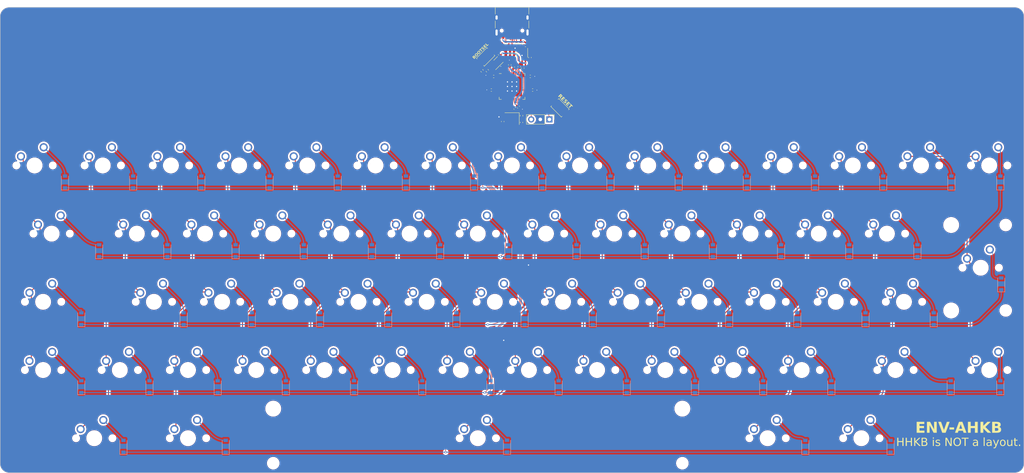
<source format=kicad_pcb>
(kicad_pcb (version 20221018) (generator pcbnew)
  (layers (0 "F.Cu" signal) (31 "B.Cu" signal) (34 "B.Paste" user) (35 "F.Paste" user) (36 "B.SilkS" user "B.Silkscreen") (37 "F.SilkS" user "F.Silkscreen") (38 "B.Mask" user) (39 "F.Mask" user) (44 "Edge.Cuts" user))
  (net 0 "")
  (net 1 "Net-(D_0-A)")
  (net 2 "col0")
  (net 3 "col1")
  (net 4 "col2")
  (net 5 "col3")
  (net 6 "col4")
  (net 7 "col5")
  (net 8 "col6")
  (net 9 "col7")
  (net 10 "col8")
  (net 11 "col9")
  (net 12 "col10")
  (net 13 "col11")
  (net 14 "col12")
  (net 15 "col13")
  (net 16 "Net-(D_1-A)")
  (net 17 "Net-(D_2-A)")
  (net 18 "row0")
  (net 19 "row1")
  (net 20 "row2")
  (net 21 "row3")
  (net 22 "row4")
  (net 23 "Net-(D_3-A)")
  (net 24 "Net-(D_4-A)")
  (net 25 "Net-(D_5-A)")
  (net 26 "Net-(D_6-A)")
  (net 27 "Net-(D_7-A)")
  (net 28 "Net-(D_8-A)")
  (net 29 "Net-(D_9-A)")
  (net 30 "Net-(D_10-A)")
  (net 31 "Net-(D_11-A)")
  (net 32 "Net-(D_12-A)")
  (net 33 "Net-(D_13-A)")
  (net 34 "Net-(D_14-A)")
  (net 35 "Net-(D_15-A)")
  (net 36 "Net-(D_16-A)")
  (net 37 "Net-(D_17-A)")
  (net 38 "Net-(D_18-A)")
  (net 39 "Net-(D_19-A)")
  (net 40 "Net-(D_20-A)")
  (net 41 "Net-(D_21-A)")
  (net 42 "Net-(D_22-A)")
  (net 43 "Net-(D_23-A)")
  (net 44 "Net-(D_24-A)")
  (net 45 "Net-(D_25-A)")
  (net 46 "Net-(D_26-A)")
  (net 47 "Net-(D_27-A)")
  (net 48 "Net-(D_28-A)")
  (net 49 "Net-(D_29-A)")
  (net 50 "Net-(D_30-A)")
  (net 51 "Net-(D_31-A)")
  (net 52 "Net-(D_32-A)")
  (net 53 "Net-(D_33-A)")
  (net 54 "Net-(D_34-A)")
  (net 55 "Net-(D_35-A)")
  (net 56 "Net-(D_36-A)")
  (net 57 "Net-(D_37-A)")
  (net 58 "Net-(D_38-A)")
  (net 59 "Net-(D_39-A)")
  (net 60 "Net-(D_40-A)")
  (net 61 "Net-(D_41-A)")
  (net 62 "Net-(D_42-A)")
  (net 63 "Net-(D_43-A)")
  (net 64 "Net-(D_44-A)")
  (net 65 "Net-(D_45-A)")
  (net 66 "Net-(D_46-A)")
  (net 67 "Net-(D_47-A)")
  (net 68 "Net-(D_48-A)")
  (net 69 "Net-(D_49-A)")
  (net 70 "Net-(D_50-A)")
  (net 71 "Net-(D_51-A)")
  (net 72 "Net-(D_52-A)")
  (net 73 "Net-(D_53-A)")
  (net 74 "Net-(D_54-A)")
  (net 75 "Net-(D_55-A)")
  (net 76 "Net-(D_56-A)")
  (net 77 "Net-(D_57-A)")
  (net 78 "Net-(D_58-A)")
  (net 79 "Net-(D_59-A)")
  (net 80 "Net-(D_60-A)")
  (net 81 "+3V3")
  (net 82 "GND")
  (net 83 "+1V1")
  (net 84 "Net-(C14-Pad2)")
  (net 85 "Net-(U101-XIN)")
  (net 86 "VBUS")
  (net 87 "Net-(J1-CC1)")
  (net 88 "/USB_D+")
  (net 89 "/USB_D-")
  (net 91 "Net-(J1-CC2)")
  (net 93 "Net-(J2-Pin_1)")
  (net 94 "Net-(J2-Pin_3)")
  (net 95 "Net-(U101-USB_DP)")
  (net 96 "Net-(U101-USB_DM)")
  (net 97 "Net-(U101-XOUT)")
  (net 98 "Net-(U1-EN)")
  (net 99 "Net-(R8-Pad1)")
  (net 100 "Net-(U101-RUN)")
  (net 102 "QSPI_SD1")
  (net 103 "QSPI_SD2")
  (net 104 "QSPI_SD0")
  (net 105 "QSPI_SCLK")
  (net 106 "QSPI_SD3")
  (net 132 "/QSPI_SS")
  (footprint "MX_Only:MXOnly-1U-NoLED" (layer "F.Cu") (at 122.572496 124.915)
    (fp_text reference "K_46")
    (fp_text value "KEYSW")
  )
  (footprint "MX_Only:MXOnly-1U-NoLED" (layer "F.Cu") (at 179.722496 124.915)
    (fp_text reference "K_49")
    (fp_text value "KEYSW")
  )
  (footprint "MX_Only:MXOnly-1U-NoLED" (layer "F.Cu") (at 265.447496 105.865)
    (fp_text reference "K_40")
    (fp_text value "KEYSW")
  )
  (footprint "MX_Only:MXOnly-1U-NoLED" (layer "F.Cu") (at 308.309996 124.915)
    (fp_text reference "K_55")
    (fp_text value "KEYSW")
  )
  (footprint "MCU_RaspberryPi_and_Boards:RP2040-QFN-56" (layer "F.Cu") (at 175 45.7)
    (fp_text reference "U101")
    (fp_text value "RP2040")
  )
  (footprint "MX_Only:MXOnly-1U-NoLED" (layer "F.Cu") (at 70.184996 86.815)
    (fp_text reference "K_16")
    (fp_text value "KEYSW")
  )
  (footprint "MX_Only:MXOnly-1U-NoLED" (layer "F.Cu") (at 284.497496 105.865)
    (fp_text reference "K_41")
    (fp_text value "KEYSW")
  )
  (footprint "MX_Only:MXOnly-1U-NoLED" (layer "F.Cu") (at 117.809996 67.765)
    (fp_text reference "K_4")
    (fp_text value "KEYSW")
  )
  (footprint "MX_Only:MXOnly-1U-NoLED" (layer "F.Cu") (at 184.484996 86.815)
    (fp_text reference "K_22")
    (fp_text value "KEYSW")
  )
  (footprint "MX_Only:MXOnly-1U-NoLED" (layer "F.Cu") (at 222.584996 86.815)
    (fp_text reference "K_24")
    (fp_text value "KEYSW")
  )
  (footprint "Capacitor_SMD:C_0402_1005Metric" (layer "F.Cu") (at 175.34 40.27 90)
    (fp_text reference "C6")
    (fp_text value "100nF 0402")
  )
  (footprint "MX_Only:MXOnly-1U-NoLED" (layer "F.Cu") (at 84.472496 124.915)
    (fp_text reference "K_44")
    (fp_text value "KEYSW")
  )
  (footprint "MX_Only:MXOnly-1U-NoLED" (layer "F.Cu") (at 289.259996 67.765)
    (fp_text reference "K_13")
    (fp_text value "KEYSW")
  )
  (footprint "Package_SON:SON-8-1EP_3x2mm_P0.5mm_EP1.4x1.6mm" (layer "F.Cu") (at 170.68 39.18 45)
    (fp_text reference "U103")
    (fp_text value "W25Q16")
  )
  (footprint "Package_TO_SOT_SMD:SOT-23-5" (layer "F.Cu") (at 177.8 36.8 -90)
    (fp_text reference "U1")
    (fp_text value "TLV75533PDBV")
  )
  (footprint "Button_Switch_SMD:SW_Push_SPST_NO_Alps_SKRK" (layer "F.Cu") (at 188.415076 51.665076 135)
    (fp_text reference "SW2")
    (fp_text value "Alps SKRK")
  )
  (footprint "MX_Only:MXOnly-1U-NoLED" (layer "F.Cu") (at 227.347496 105.865)
    (fp_text reference "K_38")
    (fp_text value "KEYSW")
  )
  (footprint "MX_Only:MXOnly-1U-NoLED" (layer "F.Cu") (at 282.116296 124.915)
    (fp_text reference "K_54")
    (fp_text value "KEYSW")
  )
  (footprint "MX_Only:MXOnly-1U-NoLED" (layer "F.Cu") (at 260.684996 86.815)
    (fp_text reference "K_26")
    (fp_text value "KEYSW")
  )
  (footprint "MX_Only:MXOnly-1U-NoLED" (layer "F.Cu") (at 255.922496 124.915)
    (fp_text reference "K_53")
    (fp_text value "KEYSW")
  )
  (footprint "MX_Only:MXOnly-1U-NoLED" (layer "F.Cu") (at 170.197496 105.865)
    (fp_text reference "K_35")
    (fp_text value "KEYSW")
  )
  (footprint "MX_Only:MXOnly-1U-NoLED" (layer "F.Cu") (at 58.278796 143.965)
    (fp_text reference "K_56")
    (fp_text value "KEYSW")
  )
  (footprint "MX_Only:MXOnly-1U-NoLED" (layer "F.Cu") (at 174.959996 67.765)
    (fp_text reference "K_7")
    (fp_text value "KEYSW")
  )
  (footprint "MX_Only:MXOnly-1U-NoLED" (layer "F.Cu") (at 132.097496 105.865)
    (fp_text reference "K_33")
    (fp_text value "KEYSW")
  )
  (footprint "MX_Only:MXOnly-1U-NoLED" (layer "F.Cu") (at 270.209996 67.765)
    (fp_text reference "K_12")
    (fp_text value "KEYSW")
  )
  (footprint "MX_Only:MXOnly-1U-NoLED" (layer "F.Cu") (at 155.909996 67.765)
    (fp_text reference "K_6")
    (fp_text value "KEYSW")
  )
  (footprint "MX_Only:MXOnly-1U-NoLED" (layer "F.Cu") (at 246.397496 143.965)
    (fp_text reference "K_59")
    (fp_text value "KEYSW")
  )
  (footprint "MX_Only:MXOnly-1U-NoLED" (layer "F.Cu") (at 127.334996 86.815)
    (fp_text reference "K_19")
    (fp_text value "KEYSW")
  )
  (footprint "MX_Only:MXOnly-1U-NoLED" (layer "F.Cu") (at 93.997496 105.865)
    (fp_text reference "K_31")
    (fp_text value "KEYSW")
  )
  (footprint "MX_Only:MXOnly-1U-NoLED" (layer "F.Cu") (at 41.609996 67.765)
    (fp_text reference "K_0")
    (fp_text value "KEYSW")
  )
  (footprint "Button_Switch_SMD:SW_Push_SPST_NO_Alps_SKRK" (layer "F.Cu") (at 167.625 37.45 -135)
    (fp_text reference "SW1")
    (fp_text value "Alps SKRK")
  )
  (footprint "Resistor_SMD:R_0402_1005Metric" (layer "F.Cu") (at 175.55 36.45 90)
    (fp_text reference "R3")
    (fp_text value "27 0402")
  )
  (footprint "Capacitor_SMD:C_0402_1005Metric" (layer "F.Cu") (at 169.875 42.9 180)
    (fp_text reference "C8")
    (fp_text value "100nF 0402")
  )
  (footprint "MX_Only:MXOnly-1U-NoLED" (layer "F.Cu") (at 65.422496 124.915)
    (fp_text reference "K_43")
    (fp_text value "KEYSW")
  )
  (footprint "MX_Only:MXOnly-1U-NoLED" (layer "F.Cu") (at 103.522496 124.915)
    (fp_text reference "K_45")
    (fp_text value "KEYSW")
  )
  (footprint "Crystal:Crystal_SMD_3225-4Pin_3.2x2.5mm" (layer "F.Cu") (at 175 54.696447 180)
    (fp_text reference "Y1")
    (fp_text value "12MHz 3225")
  )
  (footprint "MX_Only:MXOnly-1U-NoLED" (layer "F.Cu") (at 160.672496 124.915)
    (fp_text reference "K_48")
    (fp_text value "KEYSW")
  )
  (footprint "Capacitor_SMD:C_0402_1005Metric" (layer "F.Cu") (at 174.37 39.66 90)
    (fp_text reference "C4")
    (fp_text value "100nF 0402")
  )
  (footprint "MX_Only:MXOnly-1U-NoLED" (layer "F.Cu") (at 43.991296 105.865)
    (fp_text reference "K_29")
    (fp_text value "KEYSW")
  )
  (footprint "MX_Only:MXOnly-1U-NoLED" (layer "F.Cu") (at 308.309996 67.765)
    (fp_text reference "K_14")
    (fp_text value "KEYSW")
  )
  (footprint "MX_Only:MXOnly-1U-NoLED" (layer "F.Cu") (at 241.634996 86.815)
    (fp_text reference "K_25")
    (fp_text value "KEYSW")
  )
  (footprint "MX_Only:MXOnly-1U-NoLED" (layer "F.Cu") (at 46.372496 86.815)
    (fp_text reference "K_15")
    (fp_text value "KEYSW")
  )
  (footprint "Capacitor_SMD:C_0402_1005Metric" (layer "F.Cu") (at 175.78 51.78 -45)
    (fp_text reference "C7")
    (fp_text value "100nF 0402")
  )
  (footprint "MX_Only:MXOnly-1U-NoLED" (layer "F.Cu") (at 246.397496 105.865)
    (fp_text reference "K_39")
    (fp_text value "KEYSW")
  )
  (footprint "Connector_PinHeader_2.54mm:PinHeader_1x03_P2.54mm_Vertical" (layer "F.Cu") (at 185.44 54.9 -90)
    (fp_text reference "J2")
    (fp_text value "Conn_01x03")
  )
  (footprint "Resistor_SMD:R_0402_1005Metric" (layer "F.Cu") (at 166.625 41.325 -45)
    (fp_text reference "R8")
    (fp_text value "1K 0402")
  )
  (footprint "MX_Only:MXOnly-1U-NoLED" (layer "F.Cu") (at 272.591296 143.965)
    (fp_text reference "K_60")
    (fp_text value "KEYSW")
  )
  (footprint "MX_Only:MXOnly-1U-NoLED" (layer "F.Cu") (at 146.384996 86.815)
    (fp_text reference "K_20")
    (fp_text value "KEYSW")
  )
  (footprint "MX_Only:MXOnly-1U-NoLED" (layer "F.Cu") (at 136.859996 67.765)
    (fp_text reference "K_5")
    (fp_text value "KEYSW")
  )
  (footprint "MX_Only:MXOnly-1U-NoLED" (layer "F.Cu") (at 89.234996 86.815)
    (fp_text reference "K_17")
    (fp_text value "KEYSW")
  )
  (footprint "MX_Only:MXOnly-1U-NoLED" (layer "F.Cu") (at 74.947496 105.865)
    (fp_text reference "K_30")
    (fp_text value "KEYSW")
  )
  (footprint "MX_Only:MXOnly-1U-NoLED" (layer "F.Cu") (at 151.147496 105.865)
    (fp_text reference "K_34")
    (fp_text value "KEYSW")
  )
  (footprint "MX_Only:MXOnly-1U-NoLED" (layer "F.Cu") (at 165.434996 86.815)
    (fp_text reference "K_21")
    (fp_text value "KEYSW")
  )
  (footprint "MX_Only:MXOnly-1U-NoLED" (layer "F.Cu") (at 84.472496 143.965)
    (fp_text reference "K_57")
    (fp_text value "KEYSW")
  )
  (footprint "Capacitor_SMD:C_0402_1005Metric" (layer "F.Cu") (at 177.02 40.12 90)
    (fp_text reference "C2")
    (fp_text value "1uF 0402")
  )
  (footprint "Capacitor_SMD:C_0402_1005Metric" (layer "F.Cu") (at 169.22 46.7 180)
    (fp_text reference "C6")
    (fp_text value "100nF 0402")
  )
  (footprint "Connector_USB:USB_C_Receptacle_HRO_TYPE-C-31-M-12" (layer "F.Cu") (at 175 27.49 180)
    (fp_text reference "J1")
    (fp_text value "HRO_TYPE-C-31-M-12")
  )
  (footprint "Capacitor_SMD:C_0402_1005Metric" (layer "F.Cu") (at 180.1 42.875)
    (fp_text reference "C12")
    (fp_text value "100nF 0402")
  )
  (footprint "MX_Only:MXOnly-1U-NoLED" (layer "F.Cu") (at 98.759996 67.765)
    (fp_text reference "K_3")
    (fp_text value "KEYSW")
  )
  (footprint "MX_Only:MXOnly-1U-NoLED" (layer "F.Cu") (at 251.159996 67.765)
    (fp_text reference "K_11")
    (fp_text value "KEYSW")
  )
  (footprint "MX_Only:MXOnly-1U-NoLED" (layer "F.Cu") (at 141.622496 124.915)
    (fp_text reference "K_47")
    (fp_text value "KEYSW")
  )
  (footprint "MX_Only:MXOnly-1U-NoLED" (layer "F.Cu") (at 279.734996 86.815)
    (fp_text reference "K_27")
    (fp_text value "KEYSW")
  )
  (footprint "MX_Only:MXOnly-1U-NoLED" (layer "F.Cu") (at 236.872496 124.915)
    (fp_text reference "K_52")
    (fp_text value "KEYSW")
  )
  (footprint "MX_Only:MXOnly-1U-NoLED" (layer "F.Cu") (at 113.047496 105.865)
    (fp_text reference "K_32")
    (fp_text value "KEYSW")
  )
  (footprint "Resistor_SMD:R_0402_1005Metric" (layer "F.Cu") (at 177.65 53.85 90)
    (fp_text reference "R4")
    (fp_text value "1K 0402")
  )
  (footprint "Resistor_SMD:R_0402_1005Metric" (layer "F.Cu") (at 173.25 33.75 -90)
    (fp_text reference "R6")
    (fp_text value "5.1K 0402")
  )
  (footprint "Resistor_SMD:R_0402_1005Metric" (layer "F.Cu") (at 168.1 41.3 -45)
    (fp_text reference "R1")
    (fp_text value "10K 0402")
  )
  (footprint "MX_Only:MXOnly-1U-NoLED" (layer "F.Cu") (at 305.939996 96.34)
    (fp_text reference "K_28")
    (fp_text value "KEYSW")
  )
  (footprint "Resistor_SMD:R_0402_1005Metric" (layer "F.Cu") (at 174.45 36.45 90)
    (fp_text reference "R2")
    (fp_text value "27 0402")
  )
  (footprint "MX_Only:MXOnly-1U-NoLED" (layer "F.Cu") (at 43.991296 124.915)
    (fp_text reference "K_42")
    (fp_text value "KEYSW")
  )
  (footprint "Capacitor_SMD:C_0402_1005Metric" (layer "F.Cu") (at 178 40.57 90)
    (fp_text reference "C5")
    (fp_text value "1uF 0402")
  )
  (footprint "MX_Only:MXOnly-1U-NoLED" (layer "F.Cu") (at 198.772496 124.915)
    (fp_text reference "K_50")
    (fp_text value "KEYSW")
  )
  (footprint "Capacitor_SMD:C_0402_1005Metric" (layer "F.Cu") (at 171.45 36.625 135)
    (fp_text reference "C1")
    (fp_text value "100nF 0402")
  )
  (footprint "MX_Only:MXOnly-1U-NoLED" (layer "F.Cu") (at 217.822496 124.915)
    (fp_text reference "K_51")
    (fp_text value "KEYSW")
  )
  (footprint "MX_Only:MXOnly-1U-NoLED" (layer "F.Cu") (at 232.109996 67.765)
    (fp_text reference "K_10")
    (fp_text value "KEYSW")
  )
  (footprint "MX_Only:MXOnly-1U-NoLED" (layer "F.Cu") (at 165.434996 143.965)
    (fp_text reference "K_58")
    (fp_text value "KEYSW")
  )
  (footprint "Resistor_SMD:R_0402_1005Metric" (layer "F.Cu") (at 177.3 33.75 90)
    (fp_text reference "R7")
    (fp_text value "10K 0402")
  )
  (footprint "Capacitor_SMD:C_0402_1005Metric" (layer "F.Cu") (at 178.75 34.225 180)
    (fp_text reference "C16")
    (fp_text value "1uF 0402")
  )
  (footprint "Mounting_Keyboard_Stabilizer:Stabilizer_Cherry_MX_7u" (layer "F.Cu") (at 165.434996 143.965 180)
    (fp_text reference "STAB1")
    (fp_text value "Stabiliser")
  )
  (footprint "MX_Only:MXOnly-1U-NoLED" (layer "F.Cu") (at 194.009996 67.765)
    (fp_text reference "K_8")
    (fp_text value "KEYSW")
  )
  (footprint "Capacitor_SMD:C_0402_1005Metric" (layer "F.Cu") (at 176.79 51.46 -45)
    (fp_text reference "C3")
    (fp_text value "100nF 0402")
  )
  (footprint "MX_Only:MXOnly-1U-NoLED" (layer "F.Cu") (at 203.534996 86.815)
    (fp_text reference "K_23")
    (fp_text value "KEYSW")
  )
  (footprint "Capacitor_SMD:C_0402_1005Metric" (layer "F.Cu") (at 172.4 55.496446 90)
    (fp_text reference "C15")
    (fp_text value "100nF 0402")
  )
  (footprint "MX_Only:MXOnly-1U-NoLED" (layer "F.Cu") (at 189.247496 105.865)
    (fp_text reference "K_36")
    (fp_text value "KEYSW")
  )
  (footprint "Capacitor_SMD:C_0402_1005Metric" (layer "F.Cu") (at 180.75 46.7)
    (fp_text reference "C11")
    (fp_text value "100nF 0402")
  )
  (footprint "MX_Only:MXOnly-1U-NoLED" (layer "F.Cu") (at 213.059996 67.765)
    (fp_text reference "K_9")
    (fp_text value "KEYSW")
  )
  (footprint "Mounting_Keyboard_Stabilizer:Stabilizer_Cherry_MX_2u" (layer "F.Cu") (at 305.939996 96.34 -90)
    (fp_text reference "STAB2")
    (fp_text value "Stabiliser")
  )
  (footprint "Capacitor_SMD:C_0402_1005Metric" (layer "F.Cu") (at 180.025 37.62 90)
    (fp_text reference "C17")
    (fp_text value "1uF 0402")
  )
  (footprint "Capacitor_SMD:C_0402_1005Metric" (layer "F.Cu") (at 177.65 55.75 90)
    (fp_text reference "C14")
    (fp_text value "100nF 0402")
  )
  (footprint "MX_Only:MXOnly-1U-NoLED" (layer "F.Cu") (at 208.297496 105.865)
    (fp_text reference "K_37")
    (fp_text value "KEYSW")
  )
  (footprint "MX_Only:MXOnly-1U-NoLED" (layer "F.Cu") (at 108.284996 86.815)
    (fp_text reference "K_18")
    (fp_text value "KEYSW")
  )
  (footprint "Resistor_SMD:R_0402_1005Metric" (layer "F.Cu") (at 176.25 33.75 -90)
    (fp_text reference "R5")
    (fp_text value "5.1K 0402")
  )
  (footprint "MX_Only:MXOnly-1U-NoLED" (layer "F.Cu") (at 79.709996 67.765)
    (fp_text reference "K_2")
    (fp_text value "KEYSW")
  )
  (footprint "MX_Only:MXOnly-1U-NoLED" (layer "F.Cu") (at 60.659996 67.765)
    (fp_text reference "K_1")
    (fp_text value "KEYSW")
  )
  (footprint "Diode_SMD:D_SOD-123" (layer "B.Cu") (at 173.599996 146.175 90)
    (fp_text reference "D_58")
    (fp_text value "D")
  )
  (footprint "Diode_SMD:D_SOD-123" (layer "B.Cu") (at 197.549996 110.575 90)
    (fp_text reference "D_36")
    (fp_text value "D")
  )
  (footprint "Diode_SMD:D_SOD-123" (layer "B.Cu") (at 216.599996 110.575 90)
    (fp_text reference "D_37")
    (fp_text value "D")
  )
  (footprint "Diode_SMD:D_SOD-123" (layer "B.Cu") (at 149.912496 129.575 90)
    (fp_text reference "D_47")
    (fp_text value "D")
  )
  (footprint "Diode_SMD:D_SOD-123" (layer "B.Cu") (at 250.159996 91.575 90)
    (fp_text reference "D_25")
    (fp_text value "D")
  )
  (footprint "Diode_SMD:D_SOD-123" (layer "B.Cu") (at 145.349996 72.375 90)
    (fp_text reference "D_5")
    (fp_text value "D")
  )
  (footprint "Diode_SMD:D_SOD-123" (layer "B.Cu") (at 116.809996 91.575 90)
    (fp_text reference "D_18")
    (fp_text value "D")
  )
  (footprint "Diode_SMD:D_SOD-123" (layer "B.Cu") (at 245.162496 129.575 90)
    (fp_text reference "D_52")
    (fp_text value "D")
  )
  (footprint "Diode_SMD:D_SOD-123" (layer "B.Cu") (at 278.699996 72.375 90)
    (fp_text reference "D_12")
    (fp_text value "D")
  )
  (footprint "Diode_SMD:D_SOD-123" (layer "B.Cu") (at 254.699996 110.575 90)
    (fp_text reference "D_39")
    (fp_text value "D")
  )
  (footprint "Diode_SMD:D_SOD-123" (layer "B.Cu") (at 311.675 100.85 90)
    (fp_text reference "D_28")
    (fp_text value "D")
  )
  (footprint "Diode_SMD:D_SOD-123" (layer "B.Cu") (at 59.659996 91.575 90)
    (fp_text reference "D_15")
    (fp_text value "D")
  )
  (footprint "Diode_SMD:D_SOD-123" (layer "B.Cu") (at 221.549996 72.375 90)
    (fp_text reference "D_9")
    (fp_text value "D")
  )
  (footprint "Diode_SMD:D_SOD-123" (layer "B.Cu") (at 240.599996 72.375 90)
    (fp_text reference "D_10")
    (fp_text value "D")
  )
  (footprint "Diode_SMD:D_SOD-123" (layer "B.Cu") (at 311.42 129.575 90)
    (fp_text reference "D_55")
    (fp_text value "D")
  )
  (footprint "Diode_SMD:D_SOD-123" (layer "B.Cu") (at 235.649996 110.575 90)
    (fp_text reference "D_38")
    (fp_text value "D")
  )
  (footprint "Diode_SMD:D_SOD-123" (layer "B.Cu") (at 121.349996 110.575 90)
    (fp_text reference "D_32")
    (fp_text value "D")
  )
  (footprint "Diode_SMD:D_SOD-123" (layer "B.Cu") (at 297.549996 129.575 90)
    (fp_text reference "D_54")
    (fp_text value "D")
  )
  (footprint "Diode_SMD:D_SOD-123" (layer "B.Cu") (at 130.862496 129.575 90)
    (fp_text reference "D_46")
    (fp_text value "D")
  )
  (footprint "Diode_SMD:D_SOD-123" (layer "B.Cu") (at 154.909996 91.575 90)
    (fp_text reference "D_20")
    (fp_text value "D")
  )
  (footprint "Diode_SMD:D_SOD-123" (layer "B.Cu") (at 95.012496 146.225 90)
    (fp_text reference "D_57")
    (fp_text value "D")
  )
  (footprint "Diode_SMD:D_SOD-123" (layer "B.Cu") (at 164.399996 72.375 90)
    (fp_text reference "D_6")
    (fp_text value "D")
  )
  (footprint "Diode_SMD:D_SOD-123" (layer "B.Cu") (at 231.109996 91.575 90)
    (fp_text reference "D_24")
    (fp_text value "D")
  )
  (footprint "Diode_SMD:D_SOD-123" (layer "B.Cu") (at 288.259996 91.575 90)
    (fp_text reference "D_27")
    (fp_text value "D")
  )
  (footprint "Diode_SMD:D_SOD-123" (layer "B.Cu") (at 140.399996 110.575 90)
    (fp_text reference "D_33")
    (fp_text value "D")
  )
  (footprint "Diode_SMD:D_SOD-123" (layer "B.Cu") (at 264.212496 129.575 90)
    (fp_text reference "D_53")
    (fp_text value "D")
  )
  (footprint "Diode_SMD:D_SOD-123" (layer "B.Cu") (at 292.799996 110.575 90)
    (fp_text reference "D_41")
    (fp_text value "D")
  )
  (footprint "Diode_SMD:D_SOD-123" (layer "B.Cu") (at 92.762496 129.575 90)
    (fp_text reference "D_44")
    (fp_text value "D")
  )
  (footprint "Diode_SMD:D_SOD-123" (layer "B.Cu") (at 178.499996 110.575 90)
    (fp_text reference "D_35")
    (fp_text value "D")
  )
  (footprint "Diode_SMD:D_SOD-123" (layer "B.Cu") (at 168.962496 129.575 90)
    (fp_text reference "D_48")
    (fp_text value "D")
  )
  (footprint "Diode_SMD:D_SOD-123" (layer "B.Cu") (at 50.099996 72.375 90)
    (fp_text reference "D_0")
    (fp_text value "D")
  )
  (footprint "Diode_SMD:D_SOD-123" (layer "B.Cu") (at 159.449996 110.575 90)
    (fp_text reference "D_34")
    (fp_text value "D")
  )
  (footprint "Diode_SMD:D_SOD-123" (layer "B.Cu") (at 107.249996 72.375 90)
    (fp_text reference "D_3")
    (fp_text value "D")
  )
  (footprint "Diode_SMD:D_SOD-123" (layer "B.Cu") (at 73.712496 129.575 90)
    (fp_text reference "D_43")
    (fp_text value "D")
  )
  (footprint "Diode_SMD:D_SOD-123" (layer "B.Cu") (at 78.709996 91.575 90)
    (fp_text reference "D_16")
    (fp_text value "D")
  )
  (footprint "Diode_SMD:D_SOD-123" (layer "B.Cu") (at 135.859996 91.575 90)
    (fp_text reference "D_19")
    (fp_text value "D")
  )
  (footprint "Diode_SMD:D_SOD-123" (layer "B.Cu") (at 111.812496 129.575 90)
    (fp_text reference "D_45")
    (fp_text value "D")
  )
  (footprint "Diode_SMD:D_SOD-123" (layer "B.Cu") (at 193.009996 91.575 90)
    (fp_text reference "D_22")
    (fp_text value "D")
  )
  (footprint "Diode_SMD:D_SOD-123" (layer "B.Cu") (at 66.437496 146.225 90)
    (fp_text reference "D_56")
    (fp_text value "D")
  )
  (footprint "Diode_SMD:D_SOD-123" (layer "B.Cu") (at 280.749996 146.225 90)
    (fp_text reference "D_60")
    (fp_text value "D")
  )
  (footprint "Diode_SMD:D_SOD-123" (layer "B.Cu") (at 54.674996 110.575 90)
    (fp_text reference "D_29")
    (fp_text value "D")
  )
  (footprint "Diode_SMD:D_SOD-123" (layer "B.Cu") (at 173.959996 91.575 90)
    (fp_text reference "D_21")
    (fp_text value "D")
  )
  (footprint "Diode_SMD:D_SOD-123" (layer "B.Cu") (at 311.42 72.375 90)
    (fp_text reference "D_14")
    (fp_text value "D")
  )
  (footprint "Diode_SMD:D_SOD-123" (layer "B.Cu") (at 183.449996 72.375 90)
    (fp_text reference "D_7")
    (fp_text value "D")
  )
  (footprint "Diode_SMD:D_SOD-123" (layer "B.Cu") (at 259.649996 72.375 90)
    (fp_text reference "D_11")
    (fp_text value "D")
  )
  (footprint "Diode_SMD:D_SOD-123" (layer "B.Cu") (at 212.059996 91.575 90)
    (fp_text reference "D_23")
    (fp_text value "D")
  )
  (footprint "Diode_SMD:D_SOD-123" (layer "B.Cu") (at 256.937496 146.225 90)
    (fp_text reference "D_59")
    (fp_text value "D")
  )
  (footprint "Diode_SMD:D_SOD-123" (layer "B.Cu") (at 54.662496 129.575 90)
    (fp_text reference "D_42")
    (fp_text value "D")
  )
  (footprint "Diode_SMD:D_SOD-123" (layer "B.Cu") (at 269.209996 91.575 90)
    (fp_text reference "D_26")
    (fp_text value "D")
  )
  (footprint "Diode_SMD:D_SOD-123" (layer "B.Cu") (at 188.012496 129.575 90)
    (fp_text reference "D_49")
    (fp_text value "D")
  )
  (footprint "Diode_SMD:D_SOD-123" (layer "B.Cu") (at 226.112496 129.575 90)
    (fp_text reference "D_51")
    (fp_text value "D")
  )
  (footprint "Diode_SMD:D_SOD-123" (layer "B.Cu") (at 126.299996 72.375 90)
    (fp_text reference "D_4")
    (fp_text value "D")
  )
  (footprint "Diode_SMD:D_SOD-123" (layer "B.Cu") (at 273.749996 110.575 90)
    (fp_text reference "D_40")
    (fp_text value "D")
  )
  (footprint "Diode_SMD:D_SOD-123" (layer "B.Cu") (at 69.149996 72.375 90)
    (fp_text reference "D_1")
    (fp_text value "D")
  )
  (footprint "Diode_SMD:D_SOD-123" (layer "B.Cu") (at 102.299996 110.575 90)
    (fp_text reference "D_31")
    (fp_text value "D")
  )
  (footprint "Diode_SMD:D_SOD-123" (layer "B.Cu") (at 207.062496 129.575 90)
    (fp_text reference "D_50")
    (fp_text value "D")
  )
  (footprint "Diode_SMD:D_SOD-123" (layer "B.Cu") (at 88.199996 72.375 90)
    (fp_text reference "D_2")
    (fp_text value "D")
  )
  (footprint "Diode_SMD:D_SOD-123" (layer "B.Cu") (at 83.249996 110.575 90)
    (fp_text reference "D_30")
    (fp_text value "D")
  )
  (footprint "Diode_SMD:D_SOD-123" (layer "B.Cu") (at 297.749996 72.375 90)
    (fp_text reference "D_13")
    (fp_text value "D")
  )
  (footprint "Diode_SMD:D_SOD-123" (layer "B.Cu") (at 97.759996 91.575 90)
    (fp_text reference "D_17")
    (fp_text value "D")
  )
  (footprint "Diode_SMD:D_SOD-123" (layer "B.Cu") (at 202.499996 72.375 90)
    (fp_text reference "D_8")
    (fp_text value "D")
  )
  (gr_arc (start 32 26.1) (mid 32.732233 24.332233) (end 34.5 23.6) (stroke (width 0.1)) (layer "Edge.Cuts"))
  (gr_arc (start 315.5 23.6) (mid 317.267767 24.332233) (end 318 26.1) (stroke (width 0.1)) (layer "Edge.Cuts"))
  (gr_line (start 318 26.1) (end 318 151.1) (stroke (width 0.1)) (layer "Edge.Cuts"))
  (gr_line (start 34.5 23.6) (end 315.5 23.6) (stroke (width 0.1)) (layer "Edge.Cuts"))
  (gr_line (start 315.5 153.6) (end 34.5 153.6) (stroke (width 0.1)) (layer "Edge.Cuts"))
  (gr_line (start 32 151.1) (end 32 26.1) (stroke (width 0.1)) (layer "Edge.Cuts"))
  (gr_arc (start 34.5 153.6) (mid 32.732233 152.867767) (end 32 151.1) (stroke (width 0.1)) (layer "Edge.Cuts"))
  (gr_arc (start 318 151.1) (mid 317.267767 152.867767) (end 315.5 153.6) (stroke (width 0.1)) (layer "Edge.Cuts"))
  (gr_text "RESET" (at 187.675 48.525 -45) (layer "F.SilkS") (effects (font (size 1 1) (thickness 0.15) bold) (justify left bottom)))
  (gr_text "ENV-AHKB" (at 299.8 141.2) (layer "F.SilkS") (effects (font (size 3 3) (thickness 0.6) bold)))
  (gr_text "HHKB is NOT a layout." (at 299.8 145.2) (layer "F.SilkS") (effects (font (size 2.25 2.25) (thickness 0.28125))))
  (gr_text "BOOTSEL" (at 164.49 38.19 45) (layer "F.SilkS") (effects (font (size 0.8 0.8) (thickness 0.15) bold) (justify left bottom)))
  (segment (start 48.63553 67.170534) (end 44.149996 62.685) (width 0.25) (layer "B.Cu") (net 1))
  (segment (start 50.099996 70.725) (end 50.099996 70.706068) (width 0.25) (layer "B.Cu") (net 1))
  (arc (start 50.099996 70.706068) (mid 49.719394 68.792651) (end 48.63553 67.170534) (width 0.25) (layer "B.Cu") (net 1))
  (segment (start 42.417767 101.088529) (end 40.181296 103.325) (width 0.25) (layer "F.Cu") (net 2))
  (segment (start 40.7 121.856296) (end 40.181296 122.375) (width 0.25) (layer "F.Cu") (net 2))
  (segment (start 38.45 79.12697) (end 38.45 65.875004) (width 0.25) (layer "F.Cu") (net 2))
  (segment (start 42.562496 84.275) (end 43.15 84.862504) (width 0.25) (layer "F.Cu") (net 2))
  (segment (start 40.7 103.843704) (end 40.7 121.856296) (width 0.25) (layer "F.Cu") (net 2))
  (segment (start 40.181296 103.325) (end 40.7 103.843704) (width 0.25) (layer "F.Cu") (net 2))
  (segment (start 42.562496 84.275) (end 39.182233 80.894737) (width 0.25) (layer "F.Cu") (net 2))
  (segment (start 43.15 84.862504) (end 43.15 99.320762) (width 0.25) (layer "F.Cu") (net 2))
  (segment (start 38.45 65.875004) (end 37.799996 65.225) (width 0.25) (layer "F.Cu") (net 2))
  (arc (start 42.417767 101.088529) (mid 42.959699 100.277471) (end 43.15 99.320762) (width 0.25) (layer "F.Cu") (net 2))
  (arc (start 38.45 79.12697) (mid 38.640301 80.083679) (end 39.182233 80.894737) (width 0.25) (layer "F.Cu") (net 2))
  (segment (start 66.95 84.850004) (end 66.95 98.10197) (width 0.25) (layer "F.Cu") (net 3))
  (segment (start 62.25 123.012504) (end 62.25 132.608262) (width 0.25) (layer "F.Cu") (net 3))
  (segment (start 66.374996 84.275) (end 66.95 84.850004) (width 0.25) (layer "F.Cu") (net 3))
  (segment (start 70.922696 103.1102) (end 71.137496 103.325) (width 0.25) (layer "F.Cu") (net 3))
  (segment (start 70.922696 103.1102) (end 69.800334 103.1102) (width 0.25) (layer "F.Cu") (net 3))
  (segment (start 61.612496 111.298038) (end 61.612496 122.375) (width 0.25) (layer "F.Cu") (net 3))
  (segment (start 61.612496 122.375) (end 62.25 123.012504) (width 0.25) (layer "F.Cu") (net 3))
  (segment (start 57.35 65.725004) (end 57.35 74.21447) (width 0.25) (layer "F.Cu") (net 3))
  (segment (start 67.682233 99.869737) (end 70.922696 103.1102) (width 0.25) (layer "F.Cu") (net 3))
  (segment (start 68.032567 103.842433) (end 62.344729 109.530271) (width 0.25) (layer "F.Cu") (net 3))
  (segment (start 58.082233 75.982237) (end 66.374996 84.275) (width 0.25) (layer "F.Cu") (net 3))
  (segment (start 56.849996 65.225) (end 57.35 65.725004) (width 0.25) (layer "F.Cu") (net 3))
  (segment (start 61.517767 134.376029) (end 54.468796 141.425) (width 0.25) (layer "F.Cu") (net 3))
  (arc (start 68.032567 103.842433) (mid 68.843625 103.300501) (end 69.800334 103.1102) (width 0.25) (layer "F.Cu") (net 3))
  (arc (start 62.25 132.608262) (mid 62.059699 133.564971) (end 61.517767 134.376029) (width 0.25) (layer "F.Cu") (net 3))
  (arc (start 67.682233 99.869737) (mid 67.140301 99.058679) (end 66.95 98.10197) (width 0.25) (layer "F.Cu") (net 3))
  (arc (start 57.35 74.21447) (mid 57.540301 75.171179) (end 58.082233 75.982237) (width 0.25) (layer "F.Cu") (net 3))
  (arc (start 62.344729 109.530271) (mid 61.802797 110.341329) (end 61.612496 111.298038) (width 0.25) (layer "F.Cu") (net 3))
  (segment (start 89.971896 103.1094) (end 88.601134 103.1094) (width 0.25) (layer "F.Cu") (net 4))
  (segment (start 80.662496 122.375) (end 81.1 122.812504) (width 0.25) (layer "F.Cu") (net 4))
  (segment (start 77.432233 76.282237) (end 85.424996 84.275) (width 0.25) (layer "F.Cu") (net 4))
  (segment (start 81.1 122.812504) (end 81.1 140.987496) (width 0.25) (layer "F.Cu") (net 4))
  (segment (start 85.424996 84.275) (end 85.7 84.550004) (width 0.25) (layer "F.Cu") (net 4))
  (segment (start 75.899996 65.225) (end 75.967767 65.292771) (width 0.25) (layer "F.Cu") (net 4))
  (segment (start 81.1 140.987496) (end 80.662496 141.425) (width 0.25) (layer "F.Cu") (net 4))
  (segment (start 89.971896 103.1094) (end 90.187496 103.325) (width 0.25) (layer "F.Cu") (net 4))
  (segment (start 86.833367 103.841633) (end 81.873429 108.801571) (width 0.25) (layer "F.Cu") (net 4))
  (segment (start 81.141196 121.8963) (end 80.662496 122.375) (width 0.25) (layer "F.Cu") (net 4))
  (segment (start 85.7 84.550004) (end 85.7 97.80197) (width 0.25) (layer "F.Cu") (net 4))
  (segment (start 76.7 67.060538) (end 76.7 74.51447) (width 0.25) (layer "F.Cu") (net 4))
  (segment (start 86.432233 99.569737) (end 89.971896 103.1094) (width 0.25) (layer "F.Cu") (net 4))
  (segment (start 81.141196 110.569338) (end 81.141196 121.8963) (width 0.25) (layer "F.Cu") (net 4))
  (arc (start 81.873429 108.801571) (mid 81.331497 109.612629) (end 81.141196 110.569338) (width 0.25) (layer "F.Cu") (net 4))
  (arc (start 86.833367 103.841633) (mid 87.644425 103.299701) (end 88.601134 103.1094) (width 0.25) (layer "F.Cu") (net 4))
  (arc (start 77.432233 76.282237) (mid 76.890301 75.471179) (end 76.7 74.51447) (width 0.25) (layer "F.Cu") (net 4))
  (arc (start 85.7 97.80197) (mid 85.890301 98.758679) (end 86.432233 99.569737) (width 0.25) (layer "F.Cu") (net 4))
  (arc (start 75.967767 65.292771) (mid 76.509699 66.103829) (end 76.7 67.060538) (width 0.25) (layer "F.Cu") (net 4))
  (segment (start 104.474996 84.275) (end 105.15 84.950004) (width 0.25) (layer "F.Cu") (net 5))
  (segment (start 109.021896 103.1094) (end 109.237496 103.325) (width 0.25) (layer "F.Cu") (net 5))
  (segment (start 96.332233 76.132237) (end 104.474996 84.275) (width 0.25) (layer "F.Cu") (net 5))
  (segment (start 105.882233 99.969737) (end 109.021896 103.1094) (width 0.25) (layer "F.Cu") (net 5))
  (segment (start 106.183367 103.841633) (end 100.444729 109.580271) (width 0.25) (layer "F.Cu") (net 5))
  (segment (start 105.15 84.950004) (end 105.15 98.20197) (width 0.25) (layer "F.Cu") (net 5))
  (segment (start 99.712496 111.348038) (end 99.712496 122.375) (width 0.25) (layer "F.Cu") (net 5))
  (segment (start 94.949996 65.225) (end 95.6 65.875004) (width 0.25) (layer "F.Cu") (net 5))
  (segment (start 95.6 65.875004) (end 95.6 74.36447) (width 0.25) (layer "F.Cu") (net 5))
  (segment (start 109.021896 103.1094) (end 107.951134 103.1094) (width 0.25) (layer "F.Cu") (net 5))
  (arc (start 99.712496 111.348038) (mid 99.902797 110.391329) (end 100.444729 109.580271) (width 0.25) (layer "F.Cu") (net 5))
  (arc (start 107.951134 103.1094) (mid 106.994425 103.299701) (end 106.183367 103.841633) (width 0.25) (layer "F.Cu") (net 5))
  (arc (start 105.15 98.20197) (mid 105.340301 99.158679) (end 105.882233 99.969737) (width 0.25) (layer "F.Cu") (net 5))
  (arc (start 95.6 74.36447) (mid 95.790301 75.321179) (end 96.332233 76.132237) (width 0.25) (layer "F.Cu") (net 5))
  (segment (start 128.071896 103.1094) (end 126.751134 103.1094) (width 0.25) (layer "F.Cu") (net 6))
  (segment (start 115.182233 75.932237) (end 123.524996 84.275) (width 0.25) (layer "F.Cu") (net 6))
  (segment (start 114.45 65.675004) (end 114.45 74.16447) (width 0.25) (layer "F.Cu") (net 6))
  (segment (start 118.762496 111.098038) (end 118.762496 122.375) (width 0.25) (layer "F.Cu") (net 6))
  (segment (start 124.982233 100.019737) (end 128.071896 103.1094) (width 0.25) (layer "F.Cu") (net 6))
  (segment (start 113.999996 65.225) (end 114.45 65.675004) (width 0.25) (layer "F.Cu") (net 6))
  (segment (start 123.524996 84.275) (end 124.25 85.000004) (width 0.25) (layer "F.Cu") (net 6))
  (segment (start 128.071896 103.1094) (end 128.287496 103.325) (width 0.25) (layer "F.Cu") (net 6))
  (segment (start 124.25 85.000004) (end 124.25 98.25197) (width 0.25) (layer "F.Cu") (net 6))
  (segment (start 124.983367 103.841633) (end 119.494729 109.330271) (width 0.25) (layer "F.Cu") (net 6))
  (arc (start 115.182233 75.932237) (mid 114.640301 75.121179) (end 114.45 74.16447) (width 0.25) (layer "F.Cu") (net 6))
  (arc (start 124.982233 100.019737) (mid 124.440301 99.208679) (end 124.25 98.25197) (width 0.25) (layer "F.Cu") (net 6))
  (arc (start 119.494729 109.330271) (mid 118.952797 110.141329) (end 118.762496 111.098038) (width 0.25) (layer "F.Cu") (net 6))
  (arc (start 126.751134 103.1094) (mid 125.794425 103.299701) (end 124.983367 103.841633) (width 0.25) (layer "F.Cu") (net 6))
  (segment (start 143.782233 99.769737) (end 147.121896 103.1094) (width 0.25) (layer "F.Cu") (net 7))
  (segment (start 134.282233 75.982237) (end 142.574996 84.275) (width 0.25) (layer "F.Cu") (net 7))
  (segment (start 144.383367 103.841633) (end 138.544729 109.680271) (width 0.25) (layer "F.Cu") (net 7))
  (segment (start 147.121896 103.1094) (end 146.151134 103.1094) (width 0.25) (layer "F.Cu") (net 7))
  (segment (start 142.574996 84.275) (end 143.05 84.750004) (width 0.25) (layer "F.Cu") (net 7))
  (segment (start 133.049996 65.225) (end 133.55 65.725004) (width 0.25) (layer "F.Cu") (net 7))
  (segment (start 143.05 84.750004) (end 143.05 98.00197) (width 0.25) (layer "F.Cu") (net 7))
  (segment (start 147.121896 103.1094) (end 147.337496 103.325) (width 0.25) (layer "F.Cu") (net 7))
  (segment (start 133.55 65.725004) (end 133.55 74.21447) (width 0.25) (layer "F.Cu") (net 7))
  (segment (start 137.812496 111.448038) (end 137.812496 122.375) (width 0.25) (layer "F.Cu") (net 7))
  (arc (start 146.151134 103.1094) (mid 145.194425 103.299701) (end 144.383367 103.841633) (width 0.25) (layer "F.Cu") (net 7))
  (arc (start 137.812496 111.448038) (mid 138.002797 110.491329) (end 138.544729 109.680271) (width 0.25) (layer "F.Cu") (net 7))
  (arc (start 143.05 98.00197) (mid 143.240301 98.958679) (end 143.782233 99.769737) (width 0.25) (layer "F.Cu") (net 7))
  (arc (start 134.282233 75.982237) (mid 133.740301 75.171179) (end 133.55 74.21447) (width 0.25) (layer "F.Cu") (net 7))
  (segment (start 166.171896 103.1094) (end 165.151134 103.1094) (width 0.25) (layer "F.Cu") (net 8))
  (segment (start 152.099996 65.225) (end 152.7 65.825004) (width 0.25) (layer "F.Cu") (net 8))
  (segment (start 166.171896 103.1094) (end 166.387496 103.325) (width 0.25) (layer "F.Cu") (net 8))
  (segment (start 161.624996 84.275) (end 162.25 84.900004) (width 0.25) (layer "F.Cu") (net 8))
  (segment (start 163.383367 103.841633) (end 157.594729 109.630271) (width 0.25) (layer "F.Cu") (net 8))
  (segment (start 156.862496 111.398038) (end 156.862496 122.375) (width 0.25) (layer "F.Cu") (net 8))
  (segment (start 153.432233 76.082237) (end 161.624996 84.275) (width 0.25) (layer "F.Cu") (net 8))
  (segment (start 162.25 84.900004) (end 162.25 98.15197) (width 0.25) (layer "F.Cu") (net 8))
  (segment (start 152.7 65.825004) (end 152.7 74.31447) (width 0.25) (layer "F.Cu") (net 8))
  (segment (start 162.982233 99.919737) (end 166.171896 103.1094) (width 0.25) (layer "F.Cu") (net 8))
  (arc (start 162.25 98.15197) (mid 162.440301 99.108679) (end 162.982233 99.919737) (width 0.25) (layer "F.Cu") (net 8))
  (arc (start 152.7 74.31447) (mid 152.890301 75.271179) (end 153.432233 76.082237) (width 0.25) (layer "F.Cu") (net 8))
  (arc (start 156.862496 111.398038) (mid 157.052797 110.441329) (end 157.594729 109.630271) (width 0.25) (layer "F.Cu") (net 8))
  (arc (start 165.151134 103.1094) (mid 164.194425 103.299701) (end 163.383367 103.841633) (width 0.25) (layer "F.Cu") (net 8))
  (segment (start 172.482233 76.082237) (end 180.674996 84.275) (width 0.25) (layer "F.Cu") (net 9))
  (segment (start 182.082233 99.969737) (end 185.221896 103.1094) (width 0.25) (layer "F.Cu") (net 9))
  (segment (start 171.149996 65.225) (end 171.75 65.825004) (width 0.25) (layer "F.Cu") (net 9))
  (segment (start 185.221896 103.1094) (end 184.451134 103.1094) (width 0.25) (layer "F.Cu") (net 9))
  (segment (start 161.624996 141.425) (end 175.421665 127.628331) (width 0.25) (layer "F.Cu") (net 9))
  (segment (start 180.674996 84.275) (end 181.35 84.950004) (width 0.25) (layer "F.Cu") (net 9))
  (segment (start 181.35 84.950004) (end 181.35 98.20197) (width 0.25) (layer "F.Cu") (net 9))
  (segment (start 171.75 65.825004) (end 171.75 74.31447) (width 0.25) (layer "F.Cu") (net 9))
  (segment (start 176.5 125.025) (end 176.5 123.79336) (width 0.25) (layer "F.Cu") (net 9))
  (segment (start 185.221896 103.1094) (end 185.437496 103.325) (width 0.25) (layer "F.Cu") (net 9))
  (segment (start 182.683367 103.841633) (end 176.644729 109.880271) (width 0.25) (layer "F.Cu") (net 9))
  (segment (start 175.912496 111.648038) (end 175.912496 122.375) (width 0.25) (layer "F.Cu") (net 9))
  (arc (start 184.451134 103.1094) (mid 183.494425 103.299701) (end 182.683367 103.841633) (width 0.25) (layer "F.Cu") (net 9))
  (arc (start 176.5 123.79336) (mid 176.347314 123.02575) (end 175.912496 122.375) (width 0.25) (layer "F.Cu") (net 9))
  (arc (start 171.75 74.31447) (mid 171.940301 75.271179) (end 172.482233 76.082237) (width 0.25) (layer "F.Cu") (net 9))
  (arc (start 175.421665 127.628331) (mid 176.21975 126.433913) (end 176.5 125.025) (width 0.25) (layer "F.Cu") (net 9))
  (arc (start 176.644729 109.880271) (mid 176.102797 110.691329) (end 175.912496 111.648038) (width 0.25) (layer "F.Cu") (net 9))
  (arc (start 182.082233 99.969737) (mid 181.540301 99.158679) (end 181.35 98.20197) (width 0.25) (layer "F.Cu") (net 9))
  (segment (start 199.724996 84.275) (end 200.2 84.750004) (width 0.25) (layer "F.Cu") (net 10))
  (segment (start 191.432233 75.982237) (end 199.724996 84.275) (width 0.25) (layer "F.Cu") (net 10))
  (segment (start 200.932233 99.769737) (end 204.271896 103.1094) (width 0.25) (layer "F.Cu") (net 10))
  (segment (start 200.2 84.750004) (end 200.2 98.00197) (width 0.25) (layer "F.Cu") (net 10))
  (segment (start 200.833367 103.841633) (end 195.694729 108.980271) (width 0.25) (layer "F.Cu") (net 10))
  (segment (start 194.962496 110.748038) (end 194.962496 122.375) (width 0.25) (layer "F.Cu") (net 10))
  (segment (start 190.199996 65.225) (end 190.7 65.725004) (width 0.25) (layer "F.Cu") (net 10))
  (segment (start 190.7 65.725004) (end 190.7 74.21447) (width 0.25) (layer "F.Cu") (net 10))
  (segment (start 204.271896 103.1094) (end 202.601134 103.1094) (width 0.25) (layer "F.Cu") (net 10))
  (segment (start 204.271896 103.1094) (end 204.487496 103.325) (width 0.25) (layer "F.Cu") (net 10))
  (arc (start 195.694729 108.980271) (mid 195.152797 109.791329) (end 194.962496 110.748038) (width 0.25) (layer "F.Cu") (net 10))
  (arc (start 191.432233 75.982237) (mid 190.890301 75.171179) (end 190.7 74.21447) (width 0.25) (layer "F.Cu") (net 10))
  (arc (start 202.601134 103.1094) (mid 201.644425 103.299701) (end 200.833367 103.841633) (width 0.25) (layer "F.Cu") (net 10))
  (arc (start 200.2 98.00197) (mid 200.390301 98.958679) (end 200.932233 99.769737) (width 0.25) (layer "F.Cu") (net 10))
  (segment (start 209.249996 65.225) (end 209.8 65.775004) (width 0.25) (layer "F.Cu") (net 11))
  (segment (start 220.283367 103.841633) (end 214.744729 109.380271) (width 0.25) (layer "F.Cu") (net 11))
  (segment (start 223.321896 103.1094) (end 223.537496 103.325) (width 0.25) (layer "F.Cu") (net 11))
  (segment (start 219.4 84.900004) (end 219.4 98.15197) (width 0.25) (layer "F.Cu") (net 11))
  (segment (start 220.132233 99.919737) (end 223.321896 103.1094) (width 0.25) (layer "F.Cu") (net 11))
  (segment (start 218.774996 84.275) (end 219.4 84.900004) (width 0.25) (layer "F.Cu") (net 11))
  (segment (start 214.012496 111.148038) (end 214.012496 122.375) (width 0.25) (layer "F.Cu") (net 11))
  (segment (start 223.321896 103.1094) (end 222.051134 103.1094) (width 0.25) (layer "F.Cu") (net 11))
  (segment (start 210.532233 76.032237) (end 218.774996 84.275) (width 0.25) (layer "F.Cu") (net 11))
  (segment (start 209.8 65.775004) (end 209.8 74.26447) (width 0.25) (layer "F.Cu") (net 11))
  (arc (start 214.012496 111.148038) (mid 214.202797 110.191329) (end 214.744729 109.380271) (width 0.25) (layer "F.Cu") (net 11))
  (arc (start 210.532233 76.032237) (mid 209.990301 75.221179) (end 209.8 74.26447) (width 0.25) (layer "F.Cu") (net 11))
  (arc (start 222.051134 103.1094) (mid 221.094425 103.299701) (end 220.283367 103.841633) (width 0.25) (layer "F.Cu") (net 11))
  (arc (start 220.132233 99.919737) (mid 219.590301 99.108679) (end 219.4 98.15197) (width 0.25) (layer "F.Cu") (net 11))
  (segment (start 228.299996 65.225) (end 228.9 65.825004) (width 0.25) (layer "F.Cu") (net 12))
  (segment (start 233.062496 111.498038) (end 233.062496 122.375) (width 0.25) (layer "F.Cu") (net 12))
  (segment (start 239.683367 103.841633) (end 233.794729 109.730271) (width 0.25) (layer "F.Cu") (net 12))
  (segment (start 242.371896 103.1094) (end 242.587496 103.325) (width 0.25) (layer "F.Cu") (net 12))
  (segment (start 242.371896 103.1094) (end 241.451134 103.1094) (width 0.25) (layer "F.Cu") (net 12))
  (segment (start 229.632233 76.082237) (end 237.824996 84.275) (width 0.25) (layer "F.Cu") (net 12))
  (segment (start 237.824996 84.275) (end 238.55 85.000004) (width 0.25) (layer "F.Cu") (net 12))
  (segment (start 238.55 85.000004) (end 238.55 98.25197) (width 0.25) (layer "F.Cu") (net 12))
  (segment (start 239.282233 100.019737) (end 242.371896 103.1094) (width 0.25) (layer "F.Cu") (net 12))
  (segment (start 228.9 65.825004) (end 228.9 74.31447) (width 0.25) (layer "F.Cu") (net 12))
  (arc (start 228.9 74.31447) (mid 229.090301 75.271179) (end 229.632233 76.082237) (width 0.25) (layer "F.Cu") (net 12))
  (arc (start 233.062496 111.498038) (mid 233.252797 110.541329) (end 233.794729 109.730271) (width 0.25) (layer "F.Cu") (net 12))
  (arc (start 238.55 98.25197) (mid 238.740301 99.208679) (end 239.282233 100.019737) (width 0.25) (layer "F.Cu") (net 12))
  (arc (start 241.451134 103.1094) (mid 240.494425 103.299701) (end 239.683367 103.841633) (width 0.25) (layer "F.Cu") (net 12))
  (segment (start 256.874996 84.275) (end 257.4 84.800004) (width 0.25) (layer "F.Cu") (net 13))
  (segment (start 258.132233 99.819737) (end 261.421896 103.1094) (width 0.25) (layer "F.Cu") (net 13))
  (segment (start 247.9 65.775004) (end 247.9 74.26447) (width 0.25) (layer "F.Cu") (net 13))
  (segment (start 251.867767 132.144729) (end 242.587496 141.425) (width 0.25) (layer "F.Cu") (net 13))
  (segment (start 252.6 122.862504) (end 252.6 130.376962) (width 0.25) (layer "F.Cu") (net 13))
  (segment (start 247.349996 65.225) (end 247.9 65.775004) (width 0.25) (layer "F.Cu") (net 13))
  (segment (start 257.4 84.800004) (end 257.4 98.05197) (width 0.25) (layer "F.Cu") (net 13))
  (segment (start 258.833367 103.841633) (end 252.844729 109.830271) (width 0.25) (layer "F.Cu") (net 13))
  (segment (start 252.112496 122.375) (end 252.6 122.862504) (width 0.25) (layer "F.Cu") (net 13))
  (segment (start 261.421896 103.1094) (end 261.637496 103.325) (width 0.25) (layer "F.Cu") (net 13))
  (segment (start 248.632233 76.032237) (end 256.874996 84.275) (width 0.25) (layer "F.Cu") (net 13))
  (segment (start 252.112496 111.598038) (end 252.112496 122.375) (width 0.25) (layer "F.Cu") (net 13))
  (segment (start 261.421896 103.1094) (end 260.601134 103.1094) (width 0.25) (layer "F.Cu") (net 13))
  (arc (start 251.867767 132.144729) (mid 252.409699 131.333671) (end 252.6 130.376962) (width 0.25) (layer "F.Cu") (net 13))
  (arc (start 260.601134 103.1094) (mid 259.644425 103.299701) (end 258.833367 103.841633) (width 0.25) (layer "F.Cu") (net 13))
  (arc (start 252.844729 109.830271) (mid 252.302797 110.641329) (end 252.112496 111.598038) (width 0.25) (layer "F.Cu") (net 13))
  (arc (start 258.132233 99.819737) (mid 257.590301 99.008679) (end 257.4 98.05197) (width 0.25) (layer "F.Cu") (net 13))
  (arc (start 247.9 74.26447) (mid 248.090301 75.221179) (end 248.632233 76.032237) (width 0.25) (layer "F.Cu") (net 13))
  (segment (start 278.306296 122.375) (end 278.7 122.768704) (width 0.25) (layer "F.Cu") (net 14))
  (segment (start 277.967767 132.238529) (end 268.781296 141.425) (width 0.25) (layer "F.Cu") (net 14))
  (segment (start 266.95 65.775004) (end 266.95 74.26447) (width 0.25) (layer "F.Cu") (net 14))
  (segment (start 280.567767 120.113529) (end 278.306296 122.375) (width 0.25) (layer "F.Cu") (net 14))
  (segment (start 266.399996 65.225) (end 266.95 65.775004) (width 0.25) (layer "F.Cu") (net 14))
  (segment (start 281.3 103.937504) (end 281.3 118.345762) (width 0.25) (layer "F.Cu") (net 14))
  (segment (start 278.7 122.768704) (end 278.7 130.470762) (width 0.25) (layer "F.Cu") (net 14))
  (segment (start 280.687496 103.325) (end 281.3 103.937504) (width 0.25) (layer "F.Cu") (net 14))
  (segment (start 275.924996 84.275) (end 276.45 84.800004) (width 0.25) (layer "F.Cu") (net 14))
  (segment (start 267.682233 76.032237) (end 275.924996 84.275) (width 0.25) (layer "F.Cu") (net 14))
  (segment (start 276.45 84.800004) (end 276.45 98.05197) (width 0.25) (layer "F.Cu") (net 14))
  (segment (start 277.182233 99.819737) (end 280.687496 103.325) (width 0.25) (layer "F.Cu") (net 14))
  (arc (start 278.7 130.470762) (mid 278.509699 131.427471) (end 277.967767 132.238529) (width 0.25) (layer "F.Cu") (net 14))
  (arc (start 281.3 118.345762) (mid 281.109699 119.302471) (end 280.567767 120.113529) (width 0.25) (layer "F.Cu") (net 14))
  (arc (start 276.45 98.05197) (mid 276.640301 99.008679) (end 277.182233 99.819737) (width 0.25) (layer "F.Cu") (net 14))
  (arc (start 266.95 74.26447) (mid 267.140301 75.221179) (end 267.682233 76.032237) (width 0.25) (layer "F.Cu") (net 14))
  (segment (start 285.449996 65.225) (end 302.027096 65.225) (width 0.25) (layer "F.Cu") (net 15))
  (segment (start 302.027096 65.225) (end 304.499996 65.225) (width 0.25) (layer "F.Cu") (net 15))
  (segment (start 305.2 68.975863) (end 305.2 66.914959) (width 0.25) (layer "F.Cu") (net 15))
  (segment (start 302.129996 93.8) (end 302.267767 93.937771) (width 0.25) (layer "F.Cu") (net 15))
  (segment (start 302.129996 93.8) (end 302.129996 76.387507) (width 0.25) (layer "F.Cu") (net 15))
  (segment (start 303.732233 121.607237) (end 304.499996 122.375) (width 0.25) (layer "F.Cu") (net 15))
  (segment (start 303 95.705538) (end 303 119.83947) (width 0.25) (layer "F.Cu") (net 15))
  (arc (start 303 119.83947) (mid 303.190301 120.796179) (end 303.732233 121.607237) (width 0.25) (layer "F.Cu") (net 15))
  (arc (start 303 95.705538) (mid 302.809699 94.748829) (end 302.267767 93.937771) (width 0.25) (layer "F.Cu") (net 15))
  (arc (start 303.15 73.925) (mid 304.667222 71.654317) (end 305.2 68.975863) (width 0.25) (layer "F.Cu") (net 15))
  (arc (start 302.129996 76.387507) (mid 302.395087 75.054808) (end 303.15 73.925) (width 0.25) (layer "F.Cu") (net 15))
  (arc (start 305.2 66.914959) (mid 305.018075 66.00036) (end 304.499996 65.225) (width 0.25) (layer "F.Cu") (net 15))
  (segment (start 69.149996 70.725) (end 69.149996 70.706068) (width 0.25) (layer "B.Cu") (net 16))
  (segment (start 67.68553 67.170534) (end 63.199996 62.685) (width 0.25) (layer "B.Cu") (net 16))
  (arc (start 69.149996 70.706068) (mid 68.769394 68.792651) (end 67.68553 67.170534) (width 0.25) (layer "B.Cu") (net 16))
  (segment (start 88.199996 70.725) (end 88.199996 70.706068) (width 0.25) (layer "B.Cu") (net 17))
  (segment (start 86.73553 67.170534) (end 82.249996 62.685) (width 0.25) (layer "B.Cu") (net 17))
  (arc (start 88.199996 70.706068) (mid 87.819394 68.792651) (end 86.73553 67.170534) (width 0.25) (layer "B.Cu") (net 17))
  (segment (start 171.5625 43.5) (end 167.375 43.5) (width 0.15) (layer "F.Cu") (net 18))
  (segment (start 166.85 74.025) (end 166.85 73.700243) (width 0.15) (layer "F.Cu") (net 18))
  (segment (start 166.266776 72.3) (end 165.515182 71.548406) (width 0.15) (layer "F.Cu") (net 18))
  (segment (start 166.27 72.3) (end 166.266776 72.3) (width 0.15) (layer "F.Cu") (net 18))
  (segment (start 163.925 46.95) (end 163.925 67.709366) (width 0.15) (layer "F.Cu") (net 18))
  (via (at 166.85 74.025) (size 0.6) (drill 0.35) (layers "F.Cu" "B.Cu") (net 18))
  (arc (start 167.375 43.5) (mid 164.935482 44.510482) (end 163.925 46.95) (width 0.15) (layer "F.Cu") (net 18))
  (arc (start 165.515182 71.548406) (mid 164.338275 69.787039) (end 163.925 67.709366) (width 0.15) (layer "F.Cu") (net 18))
  (arc (start 166.85 73.700243) (mid 166.699263 72.942437) (end 166.27 72.3) (width 0.15) (layer "F.Cu") (net 18))
  (segment (start 183.449996 74.025) (end 202.499996 74.025) (width 0.25) (layer "B.Cu") (net 18))
  (segment (start 240.599996 74.025) (end 259.649996 74.025) (width 0.25) (layer "B.Cu") (net 18))
  (segment (start 69.149996 74.025) (end 50.099996 74.025) (width 0.25) (layer "B.Cu") (net 18))
  (segment (start 88.199996 74.025) (end 107.249996 74.025) (width 0.25) (layer "B.Cu") (net 18))
  (segment (start 166.85 74.025) (end 164.399996 74.025) (width 0.25) (layer "B.Cu") (net 18))
  (segment (start 297.749996 74.025) (end 278.699996 74.025) (width 0.25) (layer "B.Cu") (net 18))
  (segment (start 88.199996 74.025) (end 69.149996 74.025) (width 0.25) (layer "B.Cu") (net 18))
  (segment (start 259.649996 74.025) (end 278.699996 74.025) (width 0.25) (layer "B.Cu") (net 18))
  (segment (start 183.449996 74.025) (end 166.85 74.025) (width 0.25) (layer "B.Cu") (net 18))
  (segment (start 107.249996 74.025) (end 126.299996 74.025) (width 0.25) (layer "B.Cu") (net 18))
  (segment (start 164.399996 74.025) (end 145.349996 74.025) (width 0.25) (layer "B.Cu") (net 18))
  (segment (start 240.599996 74.025) (end 221.549996 74.025) (width 0.25) (layer "B.Cu") (net 18))
  (segment (start 202.499996 74.025) (end 221.549996 74.025) (width 0.25) (layer "B.Cu") (net 18))
  (segment (start 126.299996 74.025) (end 145.349996 74.025) (width 0.25) (layer "B.Cu") (net 18))
  (segment (start 164.225 47.048372) (end 164.225 67.4756) (width 0.15) (layer "F.Cu") (net 19))
  (segment (start 171.5625 43.9) (end 167.373372 43.9) (width 0.15) (layer "F.Cu") (net 19))
  (segment (start 173.25 79.747307) (end 173.25 89.664035) (width 0.15) (layer "F.Cu") (net 19))
  (segment (start 165.886276 71.486276) (end 172.615508 78.215508) (width 0.15) (layer "F.Cu") (net 19))
  (via (at 171.775 93.225) (size 0.6) (drill 0.35) (layers "F.Cu" "B.Cu") (net 19))
  (arc (start 164.225 67.4756) (mid 164.656752 69.646162) (end 165.886276 71.486276) (width 0.15) (layer "F.Cu") (net 19))
  (arc (start 172.615508 78.215508) (mid 173.085101 78.918303) (end 173.25 79.747307) (width 0.15) (layer "F.Cu") (net 19))
  (arc (start 167.373372 43.9) (mid 165.147137 44.822137) (end 164.225 47.048372) (width 0.15) (layer "F.Cu") (net 19))
  (arc (start 173.25 89.664035) (mid 172.86666 91.591215) (end 171.775 93.225) (width 0.15) (layer "F.Cu") (net 19))
  (segment (start 193.009996 93.225) (end 173.959996 93.225) (width 0.25) (layer "B.Cu") (net 19))
  (segment (start 296.304028 93.225) (end 288.259996 93.225) (width 0.25) (layer "B.Cu") (net 19))
  (segment (start 310.54132 81.058776) (end 299.839562 91.760534) (width 0.25) (layer "B.Cu") (net 19))
  (segment (start 193.009996 93.225) (end 212.059996 93.225) (width 0.25) (layer "B.Cu") (net 19))
  (segment (start 154.909996 93.225) (end 135.859996 93.225) (width 0.25) (layer "B.Cu") (net 19))
  (segment (start 173.959996 93.225) (end 171.775 93.225) (width 0.25) (layer "B.Cu") (net 19))
  (segment (start 78.709996 93.225) (end 97.759996 93.225) (width 0.25) (layer "B.Cu") (net 19))
  (segment (start 288.259996 93.225) (end 269.209996 93.225) (width 0.25) (layer "B.Cu") (net 19))
  (segment (start 135.859996 93.225) (end 116.809996 93.225) (width 0.25) (layer "B.Cu") (net 19))
  (segment (start 269.209996 93.225) (end 250.159996 93.225) (width 0.25) (layer "B.Cu") (net 19))
  (segment (start 212.059996 93.225) (end 231.109996 93.225) (width 0.25) (layer "B.Cu") (net 19))
  (segment (start 171.775 93.225) (end 154.909996 93.225) (width 0.25) (layer "B.Cu") (net 19))
  (segment (start 78.709996 93.225) (end 59.659996 93.225) (width 0.25) (layer "B.Cu") (net 19))
  (segment (start 231.109996 93.225) (end 250.159996 93.225) (width 0.25) (layer "B.Cu") (net 19))
  (segment (start 97.759996 93.225) (end 116.809996 93.225) (width 0.25) (layer "B.Cu") (net 19))
  (segment (start 311.42 74.025) (end 311.42 78.937455) (width 0.25) (layer "B.Cu") (net 19))
  (arc (start 311.42 78.937455) (mid 311.191638 80.085506) (end 310.54132 81.058776) (width 0.25) (layer "B.Cu") (net 19))
  (arc (start 299.839562 91.760534) (mid 298.217445 92.844398) (end 296.304028 93.225) (width 0.25) (layer "B.Cu") (net 19))
  (segment (start 171.5625 44.3) (end 167.414254 44.3) (width 0.15) (layer "F.Cu") (net 20))
  (segment (start 173.346321 110.10368) (end 176.725 106.725) (width 0.15) (layer "F.Cu") (net 20))
  (segment (start 175.368267 80.518267) (end 165.956481 71.106481) (width 0.15) (layer "F.Cu") (net 20))
  (segment (start 164.525 67.650581) (end 164.525 47.189254) (width 0.15) (layer "F.Cu") (net 20))
  (segment (start 177.075 105.880026) (end 177.075 84.638685) (width 0.15) (layer "F.Cu") (net 20))
  (via (at 168.225 112.225) (size 0.6) (drill 0.35) (layers "F.Cu" "B.Cu") (net 20))
  (arc (start 168.225 112.225) (mid 170.996639 111.673687) (end 173.346321 110.10368) (width 0.15) (layer "F.Cu") (net 20))
  (arc (start 176.725 106.725) (mid 176.984038 106.337323) (end 177.075 105.880026) (width 0.15) (layer "F.Cu") (net 20))
  (arc (start 177.075 84.638685) (mid 176.631435 82.408731) (end 175.368267 80.518267) (width 0.15) (layer "F.Cu") (net 20))
  (arc (start 164.525 47.189254) (mid 165.371243 45.146243) (end 167.414254 44.3) (width 0.15) (layer "F.Cu") (net 20))
  (arc (start 165.956481 71.106481) (mid 164.89703 69.520901) (end 164.525 67.650581) (width 0.15) (layer "F.Cu") (net 20))
  (segment (start 140.399996 112.225) (end 121.349996 112.225) (width 0.25) (layer "B.Cu") (net 20))
  (segment (start 168.225 112.225) (end 178.499996 112.225) (width 0.25) (layer "B.Cu") (net 20))
  (segment (start 83.249996 112.225) (end 55.600096 112.225) (width 0.25) (layer "B.Cu") (net 20))
  (segment (start 302.454028 112.225) (end 292.799996 112.225) (width 0.25) (layer "B.Cu") (net 20))
  (segment (start 54.674996 112.225) (end 55.600096 112.225) (width 0.25) (layer "B.Cu") (net 20))
  (segment (start 273.749996 112.225) (end 254.699996 112.225) (width 0.25) (layer "B.Cu") (net 20))
  (segment (start 178.499996 112.225) (end 197.549996 112.225) (width 0.25) (layer "B.Cu") (net 20))
  (segment (start 310.79632 105.953776) (end 305.989562 110.760534) (width 0.25) (layer "B.Cu") (net 20))
  (segment (start 159.449996 112.225) (end 140.399996 112.225) (width 0.25) (layer "B.Cu") (net 20))
  (segment (start 102.299996 112.225) (end 121.349996 112.225) (width 0.25) (layer "B.Cu") (net 20))
  (segment (start 311.675 102.5) (end 311.675 103.832455) (width 0.25) (layer "B.Cu") (net 20))
  (segment (start 159.449996 112.225) (end 168.225 112.225) (width 0.25) (layer "B.Cu") (net 20))
  (segment (start 216.599996 112.225) (end 197.549996 112.225) (width 0.25) (layer "B.Cu") (net 20))
  (segment (start 102.299996 112.225) (end 83.249996 112.225) (width 0.25) (layer "B.Cu") (net 20))
  (segment (start 235.649996 112.225) (end 216.599996 112.225) (width 0.25) (layer "B.Cu") (net 20))
  (segment (start 254.699996 112.225) (end 235.649996 112.225) (width 0.25) (layer "B.Cu") (net 20))
  (segment (start 292.799996 112.225) (end 273.749996 112.225) (width 0.25) (layer "B.Cu") (net 20))
  (arc (start 311.675 103.832455) (mid 311.446638 104.980506) (end 310.79632 105.953776) (width 0.25) (layer "B.Cu") (net 20))
  (arc (start 305.989562 110.760534) (mid 304.367445 111.844398) (end 302.454028 112.225) (width 0.25) (layer "B.Cu") (net 20))
  (segment (start 169.1 117.05) (end 169.1 116.467031) (width 0.15) (layer "F.Cu") (net 21))
  (segment (start 170.833258 75.555415) (end 166.084527 70.806684) (width 0.15) (layer "F.Cu") (net 21))
  (segment (start 177.380638 105.807023) (end 177.380638 84.668486) (width 0.15) (layer "F.Cu") (net 21))
  (segment (start 170.981761 112.918239) (end 171.5 112.4) (width 0.15) (layer "F.Cu") (net 21))
  (segment (start 164.825 67.765917) (end 164.825 47.284599) (width 0.15) (layer "F.Cu") (net 21))
  (segment (start 171.475 76.25) (end 171.4626 76.23858) (width 0.15) (layer "F.Cu") (net 21))
  (segment (start 171.5 112.4) (end 176.876938 107.023062) (width 0.15) (layer "F.Cu") (net 21))
  (segment (start 171.475 76.25) (end 175.603786 80.378786) (width 0.15) (layer "F.Cu") (net 21))
  (segment (start 171.461881 76.238281) (end 170.833258 75.555415) (width 0.15) (layer "F.Cu") (net 21))
  (segment (start 171.4626 76.23858) (end 171.461881 76.238281) (width 0.15) (layer "F.Cu") (net 21))
  (segment (start 171.5 112.4) (end 169.984554 113.915446) (width 0.15) (layer "F.Cu") (net 21))
  (segment (start 169.1 128.25) (end 169.1 117.05) (width 0.15) (layer "F.Cu") (net 21))
  (segment (start 169.1 117.05) (end 169.1 116.050949) (width 0.15) (layer "F.Cu") (net 21))
  (segment (start 167.375 131.225) (end 168.216116 130.383884) (width 0.15) (layer "F.Cu") (net 21))
  (segment (start 167.409599 44.7) (end 171.5625 44.7) (width 0.15) (layer "F.Cu") (net 21))
  (via (at 167.375 131.225) (size 0.6) (drill 0.35) (layers "F.Cu" "B.Cu") (net 21))
  (arc (start 169.984554 113.915446) (mid 169.329888 114.895223) (end 169.1 116.050949) (width 0.15) (layer "F.Cu") (net 21))
  (arc (start 168.216116 130.383884) (mid 168.870286 129.40485) (end 169.1 128.25) (width 0.15) (layer "F.Cu") (net 21))
  (arc (start 176.876938 107.023062) (mid 177.249731 106.465139) (end 177.380638 105.807023) (width 0.15) (layer "F.Cu") (net 21))
  (arc (start 164.825 47.284599) (mid 165.582012 45.457012) (end 167.409599 44.7) (width 0.15) (layer "F.Cu") (net 21))
  (arc (start 177.380638 84.668486) (mid 176.918849 82.346917) (end 175.603786 80.378786) (width 0.15) (layer "F.Cu") (net 21))
  (arc (start 166.084527 70.806684) (mid 165.15234 69.411568) (end 164.825 67.765917) (width 0.15) (layer "F.Cu") (net 21))
  (segment (start 73.712496 131.225) (end 92.762496 131.225) (width 0.25) (layer "B.Cu") (net 21))
  (segment (start 207.062496 131.225) (end 226.112496 131.225) (width 0.25) (layer "B.Cu") (net 21))
  (segment (start 54.662496 131.225) (end 73.712496 131.225) (width 0.25) (layer "B.Cu") (net 21))
  (segment (start 168.962496 131.225) (end 167.375 131.225) (width 0.25) (layer "B.Cu") (net 21))
  (segment (start 167.375 131.225) (end 149.912496 131.225) (width 0.25) (layer "B.Cu") (net 21))
  (segment (start 130.862496 131.225) (end 149.912496 131.225) (width 0.25) (layer "B.Cu") (net 21))
  (segment (start 297.549996 131.225) (end 264.212496 131.225) (width 0.25) (layer "B.Cu") (net 21))
  (segment (start 311.42 131.225) (end 297.549996 131.225) (width 0.25) (layer "B.Cu") (net 21))
  (segment (start 226.112496 131.225) (end 245.162496 131.225) (width 0.25) (layer "B.Cu") (net 21))
  (segment (start 264.212496 131.225) (end 245.162496 131.225) (width 0.25) (layer "B.Cu") (net 21))
  (segment (start 188.012496 131.225) (end 207.062496 131.225) (width 0.25) (layer "B.Cu") (net 21))
  (segment (start 111.812496 131.225) (end 130.862496 131.225) (width 0.25) (layer "B.Cu") (net 21))
  (segment (start 92.762496 131.225) (end 111.812496 131.225) (width 0.25) (layer "B.Cu") (net 21))
  (segment (start 188.012496 131.225) (end 168.962496 131.225) (width 0.25) (layer "B.Cu") (net 21))
  (segment (start 171.521043 75.818936) (end 171.521043 75.859601) (width 0.15) (layer "F.Cu") (net 22))
  (segment (start 171.521043 75.859601) (end 175.930129 80.268687) (width 0.15) (layer "F.Cu") (net 22))
  (segment (start 177.686311 90.632171) (end 177.680638 90.637905) (width 0.15) (layer "F.Cu") (net 22))
  (segment (start 156.475 147.875) (end 156.475 144.624484) (width 0.15) (layer "F.Cu") (net 22))
  (segment (start 177.680638 90.637905) (end 177.680638 105.853163) (width 0.15) (layer "F.Cu") (net 22))
  (segment (start 168.15 131.7) (end 157.358519 142.491481) (width 0.15) (layer "F.Cu") (net 22))
  (segment (start 177.683247 84.501088) (end 177.683247 90.060093) (width 0.15) (layer "F.Cu") (net 22))
  (segment (start 171.5625 45.1) (end 167.408837 45.1) (width 0.15) (layer "F.Cu") (net 22))
  (segment (start 165.125 47.383837) (end 165.125 67.595486) (width 0.15) (layer "F.Cu") (net 22))
  (segment (start 177.683247 90.060093) (end 177.686311 90.632171) (width 0.15) (layer "F.Cu") (net 22))
  (segment (start 177.103498 107.246502) (end 170.259375 114.090625) (width 0.15) (layer "F.Cu") (net 22))
  (segment (start 166.417172 70.715065) (end 171.521043 75.818936) (width 0.15) (layer "F.Cu") (net 22))
  (segment (start 169.4 116.16534) (end 169.4 128.682234) (width 0.15) (layer "F.Cu") (net 22))
  (via (at 156.475 147.875) (size 0.6) (drill 0.35) (layers "F.Cu" "B.Cu") (net 22))
  (arc (start 169.4 128.682234) (mid 169.075135 130.315438) (end 168.15 131.7) (width 0.15) (layer "F.Cu") (net 22))
  (arc (start 175.930129 80.268687) (mid 177.227626 82.210529) (end 177.683247 84.501088) (width 0.15) (layer "F.Cu") (net 22))
  (arc (start 165.125 67.595486) (mid 165.460825 69.28379) (end 166.417172 70.715065) (width 0.15) (layer "F.Cu") (net 22))
  (arc (start 167.408837 45.1) (mid 165.79392 45.76892) (end 165.125 47.383837) (width 0.15) (layer "F.Cu") (net 22))
  (arc (start 177.680638 105.853163) (mid 177.530644 106.607233) (end 177.103498 107.246502) (width 0.15) (layer "F.Cu") (net 22))
  (arc (start 157.358519 142.491481) (mid 156.704619 143.470111) (end 156.475 144.624484) (width 0.15) (layer "F.Cu") (net 22))
  (arc (start 170.259375 114.090625) (mid 169.623344 115.042512) (end 169.4 116.16534) (width 0.15) (layer "F.Cu") (net 22))
  (segment (start 280.749996 147.875) (end 256.937496 147.875) (width 0.25) (layer "B.Cu") (net 22))
  (segment (start 174.575096 147.875) (end 174.525096 147.825) (width 0.25) (layer "B.Cu") (net 22))
  (segment (start 173.599996 147.825) (end 172.674896 147.825) (width 0.25) (layer "B.Cu") (net 22))
  (segment (start 156.475 147.875) (end 172.624896 147.875) (width 0.25) (layer "B.Cu") (net 22))
  (segment (start 95.012496 147.875) (end 156.475 147.875) (width 0.25) (layer "B.Cu") (net 22))
  (segment (start 173.599996 147.825) (end 174.525096 147.825) (width 0.25) (layer "B.Cu") (net 22))
  (segment (start 66.437496 147.875) (end 95.012496 147.875) (width 0.25) (layer "B.Cu") (net 22))
  (segment (start 256.937496 147.875) (end 174.575096 147.875) (width 0.25) (layer "B.Cu") (net 22))
  (segment (start 172.624896 147.875) (end 172.674896 147.825) (width 0.25) (layer "B.Cu") (net 22))
  (segment (start 105.78553 67.170534) (end 101.299996 62.685) (width 0.25) (layer "B.Cu") (net 23))
  (segment (start 107.249996 70.725) (end 107.249996 70.706068) (width 0.25) (layer "B.Cu") (net 23))
  (arc (start 107.249996 70.706068) (mid 106.869394 68.792651) (end 105.78553 67.170534) (width 0.25) (layer "B.Cu") (net 23))
  (segment (start 124.83553 67.170534) (end 120.349996 62.685) (width 0.25) (layer "B.Cu") (net 24))
  (segment (start 126.299996 70.725) (end 126.299996 70.706068) (width 0.25) (layer "B.Cu") (net 24))
  (arc (start 124.83553 67.170534) (mid 125.919394 68.792651) (end 126.299996 70.706068) (width 0.25) (layer "B.Cu") (net 24))
  (segment (start 143.88553 67.170534) (end 139.399996 62.685) (width 0.25) (layer "B.Cu") (net 25))
  (segment (start 145.349996 70.725) (end 145.349996 70.706068) (width 0.25) (layer "B.Cu") (net 25))
  (arc (start 143.88553 67.170534) (mid 144.969394 68.792651) (end 145.349996 70.706068) (width 0.25) (layer "B.Cu") (net 25))
  (segment (start 164.399996 70.725) (end 164.399996 70.706068) (width 0.25) (layer "B.Cu") (net 26))
  (segment (start 162.93553 67.170534) (end 158.449996 62.685) (width 0.25) (layer "B.Cu") (net 26))
  (arc (start 164.399996 70.706068) (mid 164.019394 68.792651) (end 162.93553 67.170534) (width 0.25) (layer "B.Cu") (net 26))
  (segment (start 181.98553 67.170534) (end 177.499996 62.685) (width 0.25) (layer "B.Cu") (net 27))
  (segment (start 183.449996 70.725) (end 183.449996 70.706068) (width 0.25) (layer "B.Cu") (net 27))
  (arc (start 181.98553 67.170534) (mid 183.069394 68.792651) (end 183.449996 70.706068) (width 0.25) (layer "B.Cu") (net 27))
  (segment (start 202.499996 70.725) (end 202.499996 70.706068) (width 0.25) (layer "B.Cu") (net 28))
  (segment (start 201.03553 67.170534) (end 196.549996 62.685) (width 0.25) (layer "B.Cu") (net 28))
  (arc (start 202.499996 70.706068) (mid 202.119394 68.792651) (end 201.03553 67.170534) (width 0.25) (layer "B.Cu") (net 28))
  (segment (start 220.08553 67.170534) (end 215.599996 62.685) (width 0.25) (layer "B.Cu") (net 29))
  (segment (start 221.549996 70.725) (end 221.549996 70.706068) (width 0.25) (layer "B.Cu") (net 29))
  (arc (start 221.549996 70.706068) (mid 221.169394 68.792651) (end 220.08553 67.170534) (width 0.25) (layer "B.Cu") (net 29))
  (segment (start 240.599996 70.725) (end 240.599996 70.706068) (width 0.25) (layer "B.Cu") (net 30))
  (segment (start 239.13553 67.170534) (end 234.649996 62.685) (width 0.25) (layer "B.Cu") (net 30))
  (arc (start 240.599996 70.706068) (mid 240.219394 68.792651) (end 239.13553 67.170534) (width 0.25) (layer "B.Cu") (net 30))
  (segment (start 259.649996 70.725) (end 259.649996 70.706068) (width 0.25) (layer "B.Cu") (net 31))
  (segment (start 258.18553 67.170534) (end 253.699996 62.685) (width 0.25) (layer "B.Cu") (net 31))
  (arc (start 258.18553 67.170534) (mid 259.269394 68.792651) (end 259.649996 70.706068) (width 0.25) (layer "B.Cu") (net 31))
  (segment (start 278.699996 70.725) (end 278.699996 70.706068) (width 0.25) (layer "B.Cu") (net 32))
  (segment (start 277.23553 67.170534) (end 272.749996 62.685) (width 0.25) (layer "B.Cu") (net 32))
  (arc (start 277.23553 67.170534) (mid 278.319394 68.792651) (end 278.699996 70.706068) (width 0.25) (layer "B.Cu") (net 32))
  (segment (start 296.28553 67.170534) (end 291.799996 62.685) (width 0.25) (layer "B.Cu") (net 33))
  (segment (start 297.749996 70.725) (end 297.749996 70.706068) (width 0.25) (layer "B.Cu") (net 33))
  (arc (start 296.28553 67.170534) (mid 297.369394 68.792651) (end 297.749996 70.706068) (width 0.25) (layer "B.Cu") (net 33))
  (segment (start 311.42 63.255004) (end 310.849996 62.685) (width 0.25) (layer "B.Cu") (net 34))
  (segment (start 311.42 70.725) (end 311.42 63.255004) (width 0.25) (layer "B.Cu") (net 34))
  (segment (start 55.294071 88.116574) (end 53.901248 86.723752) (width 0.25) (layer "B.Cu") (net 35))
  (segment (start 53.901248 86.723752) (end 48.912496 81.735) (width 0.25) (layer "B.Cu") (net 35))
  (arc (start 59.659996 89.925) (mid 57.297174 89.455006) (end 55.294071 88.116574) (width 0.25) (layer "B.Cu") (net 35))
  (segment (start 77.24553 86.255534) (end 72.724996 81.735) (width 0.25) (layer "B.Cu") (net 36))
  (segment (start 78.709996 89.925) (end 78.709996 89.791068) (width 0.25) (layer "B.Cu") (net 36))
  (arc (start 78.709996 89.791068) (mid 78.329394 87.877651) (end 77.24553 86.255534) (width 0.25) (layer "B.Cu") (net 36))
  (segment (start 96.29553 86.255534) (end 91.774996 81.735) (width 0.25) (layer "B.Cu") (net 37))
  (segment (start 97.759996 89.925) (end 97.759996 89.791068) (width 0.25) (layer "B.Cu") (net 37))
  (arc (start 97.759996 89.791068) (mid 97.379394 87.877651) (end 96.29553 86.255534) (width 0.25) (layer "B.Cu") (net 37))
  (segment (start 115.34553 86.255534) (end 110.824996 81.735) (width 0.25) (layer "B.Cu") (net 38))
  (segment (start 116.809996 89.925) (end 116.809996 89.791068) (width 0.25) (layer "B.Cu") (net 38))
  (arc (start 116.809996 89.791068) (mid 116.429394 87.877651) (end 115.34553 86.255534) (width 0.25) (layer "B.Cu") (net 38))
  (segment (start 134.39553 86.255534) (end 129.874996 81.735) (width 0.25) (layer "B.Cu") (net 39))
  (segment (start 135.859996 89.925) (end 135.859996 89.791068) (width 0.25) (layer "B.Cu") (net 39))
  (arc (start 135.859996 89.791068) (mid 135.479394 87.877651) (end 134.39553 86.255534) (width 0.25) (layer "B.Cu") (net 39))
  (segment (start 153.44553 86.255534) (end 148.924996 81.735) (width 0.25) (layer "B.Cu") (net 40))
  (segment (start 154.909996 89.925) (end 154.909996 89.791068) (width 0.25) (layer "B.Cu") (net 40))
  (arc (start 153.44553 86.255534) (mid 154.529394 87.877651) (end 154.909996 89.791068) (width 0.25) (layer "B.Cu") (net 40))
  (segment (start 172.49553 86.255534) (end 167.974996 81.735) (width 0.25) (layer "B.Cu") (net 41))
  (segment (start 173.959996 89.925) (end 173.959996 89.791068) (width 0.25) (layer "B.Cu") (net 41))
  (arc (start 172.49553 86.255534) (mid 173.579394 87.877651) (end 173.959996 89.791068) (width 0.25) (layer "B.Cu") (net 41))
  (segment (start 193.009996 89.925) (end 193.009996 89.791068) (width 0.25) (layer "B.Cu") (net 42))
  (segment (start 191.54553 86.255534) (end 187.024996 81.735) (width 0.25) (layer "B.Cu") (net 42))
  (arc (start 193.009996 89.791068) (mid 192.629394 87.877651) (end 191.54553 86.255534) (width 0.25) (layer "B.Cu") (net 42))
  (segment (start 212.059996 89.925) (end 212.059996 89.791068) (width 0.25) (layer "B.Cu") (net 43))
  (segment (start 210.59553 86.255534) (end 206.074996 81.735) (width 0.25) (layer "B.Cu") (net 43))
  (arc (start 212.059996 89.791068) (mid 211.679394 87.877651) (end 210.59553 86.255534) (width 0.25) (layer "B.Cu") (net 43))
  (segment (start 229.64553 86.255534) (end 225.124996 81.735) (width 0.25) (layer "B.Cu") (net 44))
  (segment (start 231.109996 89.925) (end 231.109996 89.791068) (width 0.25) (layer "B.Cu") (net 44))
  (arc (start 229.64553 86.255534) (mid 230.729394 87.877651) (end 231.109996 89.791068) (width 0.25) (layer "B.Cu") (net 44))
  (segment (start 248.69553 86.255534) (end 244.174996 81.735) (width 0.25) (layer "B.Cu") (net 45))
  (segment (start 250.159996 89.925) (end 250.159996 89.791068) (width 0.25) (layer "B.Cu") (net 45))
  (arc (start 248.69553 86.255534) (mid 249.779394 87.877651) (end 250.159996 89.791068) (width 0.25) (layer "B.Cu") (net 45))
  (segment (start 267.74553 86.255534) (end 263.224996 81.735) (width 0.25) (layer "B.Cu") (net 46))
  (segment (start 269.209996 89.925) (end 269.209996 89.791068) (width 0.25) (layer "B.Cu") (net 46))
  (arc (start 267.74553 86.255534) (mid 268.829394 87.877651) (end 269.209996 89.791068) (width 0.25) (layer "B.Cu") (net 46))
  (segment (start 286.79553 86.255534) (end 282.274996 81.735) (width 0.25) (layer "B.Cu") (net 47))
  (segment (start 288.259996 89.925) (end 288.259996 89.791068) (width 0.25) (layer "B.Cu") (net 47))
  (arc (start 288.259996 89.791068) (mid 287.879394 87.877651) (end 286.79553 86.255534) (width 0.25) (layer "B.Cu") (net 47))
  (segment (start 309.275 97.975) (end 309.275 92.055004) (width 0.15) (layer "B.Cu") (net 48))
  (segment (start 311.675 99.2) (end 310.5 99.2) (width 0.15) (layer "B.Cu") (net 48))
  (arc (start 310.5 99.2) (mid 309.633794 98.841206) (end 309.275 97.975) (width 0.15) (layer "B.Cu") (net 48))
  (arc (start 309.275 92.055004) (mid 309.042149 91.492851) (end 308.479996 91.26) (width 0.15) (layer "B.Cu") (net 48))
  (segment (start 54.674996 108.1499) (end 53.896196 108.1499) (width 0.25) (layer "B.Cu") (net 49))
  (segment (start 53.896196 108.1499) (end 46.531296 100.785) (width 0.25) (layer "B.Cu") (net 49))
  (segment (start 54.674996 108.925) (end 54.674996 108.1499) (width 0.25) (layer "B.Cu") (net 49))
  (segment (start 83.249996 108.925) (end 83.249996 108.618568) (width 0.25) (layer "B.Cu") (net 50))
  (segment (start 81.78553 105.083034) (end 77.487496 100.785) (width 0.25) (layer "B.Cu") (net 50))
  (arc (start 81.78553 105.083034) (mid 82.869394 106.705151) (end 83.249996 108.618568) (width 0.25) (layer "B.Cu") (net 50))
  (segment (start 102.299996 108.925) (end 102.299996 108.618568) (width 0.25) (layer "B.Cu") (net 51))
  (segment (start 100.83553 105.083034) (end 96.537496 100.785) (width 0.25) (layer "B.Cu") (net 51))
  (arc (start 102.299996 108.618568) (mid 101.919394 106.705151) (end 100.83553 105.083034) (width 0.25) (layer "B.Cu") (net 51))
  (segment (start 119.88553 105.083034) (end 115.587496 100.785) (width 0.25) (layer "B.Cu") (net 52))
  (segment (start 121.349996 108.925) (end 121.349996 108.618568) (width 0.25) (layer "B.Cu") (net 52))
  (arc (start 119.88553 105.083034) (mid 120.969394 106.705151) (end 121.349996 108.618568) (width 0.25) (layer "B.Cu") (net 52))
  (segment (start 140.399996 108.925) (end 140.399996 108.618568) (width 0.25) (layer "B.Cu") (net 53))
  (segment (start 138.93553 105.083034) (end 134.637496 100.785) (width 0.25) (layer "B.Cu") (net 53))
  (arc (start 140.399996 108.618568) (mid 140.019394 106.705151) (end 138.93553 105.083034) (width 0.25) (layer "B.Cu") (net 53))
  (segment (start 157.98553 105.083034) (end 153.687496 100.785) (width 0.25) (layer "B.Cu") (net 54))
  (segment (start 159.449996 108.925) (end 159.449996 108.618568) (width 0.25) (layer "B.Cu") (net 54))
  (arc (start 159.449996 108.618568) (mid 159.069394 106.705151) (end 157.98553 105.083034) (width 0.25) (layer "B.Cu") (net 54))
  (segment (start 178.499996 108.925) (end 178.499996 108.618568) (width 0.25) (layer "B.Cu") (net 55))
  (segment (start 177.03553 105.083034) (end 172.737496 100.785) (width 0.25) (layer "B.Cu") (net 55))
  (arc (start 177.03553 105.083034) (mid 178.119394 106.705151) (end 178.499996 108.618568) (width 0.25) (layer "B.Cu") (net 55))
  (segment (start 196.08553 105.083034) (end 191.787496 100.785) (width 0.25) (layer "B.Cu") (net 56))
  (segment (start 197.549996 108.925) (end 197.549996 108.618568) (width 0.25) (layer "B.Cu") (net 56))
  (arc (start 196.08553 105.083034) (mid 197.169394 106.705151) (end 197.549996 108.618568) (width 0.25) (layer "B.Cu") (net 56))
  (segment (start 216.599996 108.925) (end 216.599996 108.618568) (width 0.25) (layer "B.Cu") (net 57))
  (segment (start 215.13553 105.083034) (end 210.837496 100.785) (width 0.25) (layer "B.Cu") (net 57))
  (arc (start 216.599996 108.618568) (mid 216.219394 106.705151) (end 215.13553 105.083034) (width 0.25) (layer "B.Cu") (net 57))
  (segment (start 235.649996 108.925) (end 235.649996 108.618568) (width 0.25) (layer "B.Cu") (net 58))
  (segment (start 234.18553 105.083034) (end 229.887496 100.785) (width 0.25) (layer "B.Cu") (net 58))
  (arc (start 235.649996 108.618568) (mid 235.269394 106.705151) (end 234.18553 105.083034) (width 0.25) (layer "B.Cu") (net 58))
  (segment (start 253.23553 105.083034) (end 248.937496 100.785) (width 0.25) (layer "B.Cu") (net 59))
  (segment (start 254.699996 108.925) (end 254.699996 108.618568) (width 0.25) (layer "B.Cu") (net 59))
  (arc (start 254.699996 108.618568) (mid 254.319394 106.705151) (end 253.23553 105.083034) (width 0.25) (layer "B.Cu") (net 59))
  (segment (start 273.749996 108.925) (end 273.749996 108.618568) (width 0.25) (layer "B.Cu") (net 60))
  (segment (start 272.28553 105.083034) (end 267.987496 100.785) (width 0.25) (layer "B.Cu") (net 60))
  (arc (start 272.28553 105.083034) (mid 273.369394 106.705151) (end 273.749996 108.618568) (width 0.25) (layer "B.Cu") (net 60))
  (segment (start 292.799996 108.925) (end 292.799996 108.618568) (width 0.25) (layer "B.Cu") (net 61))
  (segment (start 291.33553 105.083034) (end 287.037496 100.785) (width 0.25) (layer "B.Cu") (net 61))
  (arc (start 291.33553 105.083034) (mid 292.419394 106.705151) (end 292.799996 108.618568) (width 0.25) (layer "B.Cu") (net 61))
  (segment (start 54.592163 127.895867) (end 46.531296 119.835) (width 0.25) (layer "B.Cu") (net 62))
  (arc (start 54.662496 127.925) (mid 54.624432 127.917429) (end 54.592163 127.895867) (width 0.25) (layer "B.Cu") (net 62))
  (segment (start 73.712496 127.925) (end 73.712496 127.656068) (width 0.25) (layer "B.Cu") (net 63))
  (segment (start 72.24803 124.120534) (end 67.962496 119.835) (width 0.25) (layer "B.Cu") (net 63))
  (arc (start 73.712496 127.656068) (mid 73.331894 125.742651) (end 72.24803 124.120534) (width 0.25) (layer "B.Cu") (net 63))
  (segment (start 92.762496 127.925) (end 92.762496 127.656068) (width 0.25) (layer "B.Cu") (net 64))
  (segment (start 91.29803 124.120534) (end 87.012496 119.835) (width 0.25) (layer "B.Cu") (net 64))
  (arc (start 92.762496 127.656068) (mid 92.381894 125.742651) (end 91.29803 124.120534) (width 0.25) (layer "B.Cu") (net 64))
  (segment (start 111.812496 127.925) (end 111.812496 127.656068) (width 0.25) (layer "B.Cu") (net 65))
  (segment (start 110.34803 124.120534) (end 106.062496 119.835) (width 0.25) (layer "B.Cu") (net 65))
  (arc (start 110.34803 124.120534) (mid 111.431894 125.742651) (end 111.812496 127.656068) (width 0.25) (layer "B.Cu") (net 65))
  (segment (start 130.862496 127.925) (end 130.862496 127.656068) (width 0.25) (layer "B.Cu") (net 66))
  (segment (start 129.39803 124.120534) (end 125.112496 119.835) (width 0.25) (layer "B.Cu") (net 66))
  (arc (start 130.862496 127.656068) (mid 130.481894 125.742651) (end 129.39803 124.120534) (width 0.25) (layer "B.Cu") (net 66))
  (segment (start 149.912496 127.925) (end 149.912496 127.656068) (width 0.25) (layer "B.Cu") (net 67))
  (segment (start 148.44803 124.120534) (end 144.162496 119.835) (width 0.25) (layer "B.Cu") (net 67))
  (arc (start 148.44803 124.120534) (mid 149.531894 125.742651) (end 149.912496 127.656068) (width 0.25) (layer "B.Cu") (net 67))
  (segment (start 167.49803 124.120534) (end 163.212496 119.835) (width 0.25) (layer "B.Cu") (net 68))
  (segment (start 168.962496 127.925) (end 168.962496 127.656068) (width 0.25) (layer "B.Cu") (net 68))
  (arc (start 168.962496 127.656068) (mid 168.581894 125.742651) (end 167.49803 124.120534) (width 0.25) (layer "B.Cu") (net 68))
  (segment (start 188.012496 127.925) (end 188.012496 127.656068) (width 0.25) (layer "B.Cu") (net 69))
  (segment (start 186.54803 124.120534) (end 182.262496 119.835) (width 0.25) (layer "B.Cu") (net 69))
  (arc (start 188.012496 127.656068) (mid 187.631894 125.742651) (end 186.54803 124.120534) (width 0.25) (layer "B.Cu") (net 69))
  (segment (start 205.59803 124.120534) (end 201.312496 119.835) (width 0.25) (layer "B.Cu") (net 70))
  (segment (start 207.062496 127.925) (end 207.062496 127.656068) (width 0.25) (layer "B.Cu") (net 70))
  (arc (start 205.59803 124.120534) (mid 206.681894 125.742651) (end 207.062496 127.656068) (width 0.25) (layer "B.Cu") (net 70))
  (segment (start 224.64803 124.120534) (end 220.362496 119.835) (width 0.25) (layer "B.Cu") (net 71))
  (segment (start 226.112496 127.925) (end 226.112496 127.656068) (width 0.25) (layer "B.Cu") (net 71))
  (arc (start 226.112496 127.656068) (mid 225.731894 125.742651) (end 224.64803 124.120534) (width 0.25) (layer "B.Cu") (net 71))
  (segment (start 245.162496 127.925) (end 245.162496 127.656068) (width 0.25) (layer "B.Cu") (net 72))
  (segment (start 243.69803 124.120534) (end 239.412496 119.835) (width 0.25) (layer "B.Cu") (net 72))
  (arc (start 245.162496 127.656068) (mid 244.781894 125.742651) (end 243.69803 124.120534) (width 0.25) (layer "B.Cu") (net 72))
  (segment (start 264.212496 127.925) (end 264.212496 127.656068) (width 0.25) (layer "B.Cu") (net 73))
  (segment (start 262.74803 124.120534) (end 258.462496 119.835) (width 0.25) (layer "B.Cu") (net 73))
  (arc (start 264.212496 127.656068) (mid 263.831894 125.742651) (end 262.74803 124.120534) (width 0.25) (layer "B.Cu") (net 73))
  (segment (start 297.549996 127.925) (end 294.817364 127.925) (width 0.25) (layer "B.Cu") (net 74))
  (segment (start 291.28183 126.460534) (end 284.656296 119.835) (width 0.25) (layer "B.Cu") (net 74))
  (arc (start 294.817364 127.925) (mid 292.903947 127.544398) (end 291.28183 126.460534) (width 0.25) (layer "B.Cu") (net 74))
  (segment (start 311.42 120.405004) (end 310.849996 119.835) (width 0.25) (layer "B.Cu") (net 75))
  (segment (start 311.42 127.925) (end 311.42 120.405004) (width 0.25) (layer "B.Cu") (net 75))
  (segment (start 66.387079 144.453284) (end 64.729398 142.795602) (width 0.25) (layer "B.Cu") (net 76))
  (segment (start 64.729398 142.795602) (end 60.818796 138.885) (width 0.25) (layer "B.Cu") (net 76))
  (arc (start 66.437496 144.575) (mid 66.424393 144.509128) (end 66.387079 144.453284) (width 0.25) (layer "B.Cu") (net 76))
  (segment (start 91.06908 142.941583) (end 90.46293 142.335434) (width 0.25) (layer "B.Cu") (net 77))
  (segment (start 90.46293 142.335434) (end 87.012496 138.885) (width 0.25) (layer "B.Cu") (net 77))
  (arc (start 95.012496 144.575) (mid 92.878334 144.150489) (end 91.06908 142.941583) (width 0.25) (layer "B.Cu") (net 77))
  (segment (start 173.589389 144.499394) (end 172.232498 143.142502) (width 0.25) (layer "B.Cu") (net 78))
  (segment (start 172.232498 143.142502) (end 167.974996 138.885) (width 0.25) (layer "B.Cu") (net 78))
  (arc (start 173.599996 144.525) (mid 173.597239 144.511142) (end 173.589389 144.499394) (width 0.25) (layer "B.Cu") (net 78))
  (segment (start 256.937496 144.575) (end 256.680557 144.318061) (width 0.25) (layer "B.Cu") (net 79))
  (segment (start 252.73714 142.684644) (end 248.937496 138.885) (width 0.25) (layer "B.Cu") (net 79))
  (arc (start 255.35 143.766926) (mid 253.93593 143.48565) (end 252.73714 142.684644) (width 0.25) (layer "B.Cu") (net 79))
  (arc (start 256.680557 144.318061) (mid 256.070093 143.910161) (end 255.35 143.766926) (width 0.25) (layer "B.Cu") (net 79))
  (segment (start 279.060648 142.814352) (end 275.131296 138.885) (width 0.25) (layer "B.Cu") (net 80))
  (segment (start 280.699579 144.453284) (end 279.060648 142.814352) (width 0.25) (layer "B.Cu") (net 80))
  (arc (start 280.749996 144.575) (mid 280.736893 144.509128) (end 280.699579 144.453284) (width 0.25) (layer "B.Cu") (net 80))
  (segment (start 178.255025 42.294974) (end 178.15 42.4) (width 0.4) (layer "F.Cu") (net 81))
  (segment (start 175.2 49.1375) (end 175.2 50.859756) (width 0.2) (layer "F.Cu") (net 81))
  (segment (start 171.092256 37.661566) (end 171.789411 36.964411) (width 0.15) (layer "F.Cu") (net 81))
  (segment (start 178.75 37.9375) (end 179.632691 37.9375) (width 0.4) (layer "F.Cu") (net 81))
  (segment (start 178 41.05) (end 178.208002 41.05) (width 0.4) (layer "F.Cu") (net 81))
  (segment (start 178.75 37.9375) (end 178.75 39.15) (width 0.4) (layer "F.Cu") (net 81))
  (segment (start 178.4375 43.1) (end 179.32 43.1) (width 0.2) (layer "F.Cu") (net 81))
  (segment (start 171.5625 46.7) (end 169.7 46.7) (width 0.2) (layer "F.Cu") (net 81))
  (segment (start 179.076802 43.1) (end 178.4375 43.1) (width 0.2) (layer "F.Cu") (net 81))
  (segment (start 178.75 40.508002) (end 178.75 41.1) (width 0.4) (layer "F.Cu") (net 81))
  (segment (start 178.4375 43.1) (end 179.325 43.1) (width 0.2) (layer "F.Cu") (net 81))
  (segment (start 177.78678 41.290201) (end 178 41.076981) (width 0.15) (layer "F.Cu") (net 81))
  (segment (start 170.295147 42.845147) (end 169.875 42.425) (width 0.2) (layer "F.Cu") (net 81))
  (segment (start 178 41.076981) (end 178 41.05) (width 0.15) (layer "F.Cu") (net 81))
  (segment (start 169.452513 42.25) (end 169.125 42.25) (width 0.2) (layer "F.Cu") (net 81))
  (segment (start 168.996967 42.196967) (end 168.460624 41.660624) (width 0.2) (layer "F.Cu") (net 81))
  (segment (start 178.75 39.15) (end 178.75 40.508002) (width 0.4) (layer "F.Cu") (net 81))
  (segment (start 171.792114 36.957887) (end 172.3 36.45) (width 0.15) (layer "F.Cu") (net 81))
  (segment (start 171.5625 43.1) (end 170.43 43.1) (width 0.2) (layer "F.Cu") (net 81))
  (segment (start 175.34 40.75) (end 175.34 41.634805) (width 0.2) (layer "F.Cu") (net 81))
  (segment (start 178.4375 46.7) (end 180.27 46.7) (width 0.2) (layer "F.Cu") (net 81))
  (segment (start 177.6 42.2625) (end 177.6 41.96033) (width 0.15) (layer "F.Cu") (net 81))
  (via (at 172.3 36.45) (size 0.4) (drill 0.2) (layers "F.Cu" "B.Cu") (net 81))
  (via (at 178.75 39.15) (size 0.4) (drill 0.2) (layers "F.Cu" "B.Cu") (net 81))
  (arc (start 177.6 41.96033) (mid 177.648063 41.612794) (end 177.78678 41.290201) (width 0.15) (layer "F.Cu") (net 81))
  (arc (start 171.06007 37.73927) (mid 171.068435 37.697217) (end 171.092256 37.661566) (width 0.15) (layer "F.Cu") (net 81))
  (arc (start 179.32 43.1) (mid 179.532132 43.012132) (end 179.62 42.8) (width 0.2) (layer "F.Cu") (net 81))
  (arc (start 169.875 42.425) (mid 169.681162 42.295481) (end 169.452513 42.25) (width 0.2) (layer "F.Cu") (net 81))
  (arc (start 178.208002 41.05) (mid 178.591252 40.891252) (end 178.75 40.508002) (width 0.4) (layer "F.Cu") (net 81))
  (arc (start 179.632691 37.9375) (mid 179.845007 37.979733) (end 180.025 38.1) (width 0.4) (layer "F.Cu") (net 81))
  (arc (start 170.38 43.05) (mid 170.357947 42.939134) (end 170.295147 42.845147) (width 0.2) (layer "F.Cu") (net 81))
  (arc (start 171.789411 36.964411) (mid 171.790113 36.96088) (end 171.792114 36.957887) (width 0.15) (layer "F.Cu") (net 81))
  (arc (start 170.43 43.1) (mid 170.394645 43.085355) (end 170.38 43.05) (width 0.2) (layer "F.Cu") (net 81))
  (arc (start 175.34 41.634805) (mid 175.407571 41.974511) (end 175.6 42.2625) (width 0.2) (layer "F.Cu") (net 81))
  (arc (start 175.2 50.859756) (mid 175.262527 51.174101) (end 175.440589 51.440589) (width 0.2) (layer "F.Cu") (net 81))
  (arc (start 178.75 41.1) (mid 178.62136 41.746715) (end 178.255025 42.294974) (width 0.4) (layer "F.Cu") (net 81))
  (arc (start 179.325 43.1) (mid 179.572487 42.997487) (end 179.675 42.75) (width 0.2) (layer "F.Cu") (net 81))
  (arc (start 179.62 42.875) (mid 179.370779 43.041524) (end 179.076802 43.1) (width 0.2) (layer "F.Cu") (net 81))
  (arc (start 169.125 42.25) (mid 169.055709 42.236217) (end 168.996967 42.196967) (width 0.2) (layer "F.Cu") (net 81))
  (segment (start 178.75 39.15) (end 178 39.15) (width 0.4) (layer "B.Cu") (net 81))
  (segment (start 175.3 36.45) (end 172.3 36.45) (width 0.4) (layer "B.Cu") (net 81))
  (arc (start 176.9 38.05) (mid 176.431371 36.918629) (end 175.3 36.45) (width 0.4) (layer "B.Cu") (net 81))
  (arc (start 178 39.15) (mid 177.222183 38.827817) (end 176.9 38.05) (width 0.4) (layer "B.Cu") (net 81))
  (segment (start 171.605367 40.08) (end 171.86 40.08) (width 0.15) (layer "F.Cu") (net 82))
  (segment (start 177.924766 40.014767) (end 178 40.09) (width 0.15) (layer "F.Cu") (net 82))
  (segment (start 178.403553 36.775) (end 178.8 36.775) (width 0.2) (layer "F.Cu") (net 82))
  (segment (start 169.395 42.9) (end 168.49669 42.9) (width 0.15) (layer "F.Cu") (net 82))
  (segment (start 175.34 39.79) (end 174.984559 39.434559) (width 0.15) (layer "F.Cu") (net 82))
  (segment (start 174 49.1375) (end 174 51.65) (width 0.15) (layer "F.Cu") (net 82))
  (segment (start 176.119411 52.119411) (end 176.356863 52.119411) (width 0.2) (layer "F.Cu") (net 82))
  (segment (start 177.8 35.6625) (end 177.8 35.35968) (width 0.4) (layer "F.Cu") (net 82))
  (segment (start 176.25 34.26) (end 176.090417 34.419583) (width 0.4) (layer "F.Cu") (net 82))
  (segment (start 179.143813 36.775) (end 178.8 36.775) (width 0.2) (layer "F.Cu") (net 82))
  (segment (start 174.753554 54.2) (end 176.1 55.546447) (width 0.2) (layer "F.Cu") (net 82))
  (segment (start 173.4 52.25) (end 173.3 52.25) (width 0.15) (layer "F.Cu") (net 82))
  (segment (start 177.8 35.6625) (end 177.8 37.025) (width 0.4) (layer "F.Cu") (net 82))
  (via (at 172.67 116.62) (size 0.6) (drill 0.35) (layers "F.Cu" "B.Cu") (net 82))
  (via (at 177.8 37.025) (size 0.6) (drill 0.35) (layers "F.Cu" "B.Cu") (net 82))
  (via (at 174.25 38.35) (size 0.4) (drill 0.2) (layers "F.Cu" "B.Cu") (net 82))
  (via (at 167.7 42.57) (size 0.4) (drill 0.2) (layers "F.Cu" "B.Cu") (net 82))
  (via (at 171.86 40.08) (size 0.4) (drill 0.2) (layers "F.Cu" "B.Cu") (net 82))
  (via (at 181.95 46.725) (size 0.4) (drill 0.2) (layers "F.Cu" "B.Cu") (net 82))
  (via (at 175.85 35) (size 0.6) (drill 0.35) (layers "F.Cu" "B.Cu") (net 82))
  (via (at 177.9 52.05) (size 0.4) (drill 0.2) (layers "F.Cu" "B.Cu") (net 82))
  (via (at 181.35 42.875) (size 0.4) (drill 0.2) (layers "F.Cu" "B.Cu") (net 82))
  (via (at 167.95 46.65) (size 0.4) (drill 0.2) (layers "F.Cu" "B.Cu") (net 82))
  (via (at 171.35 54.2) (size 0.6) (drill 0.35) (layers "F.Cu" "B.Cu") (net 82))
  (via (at 179.6 95.59) (size 0.6) (drill 0.35) (layers "F.Cu" "B.Cu") (net 82))
  (arc (start 173.3 52.25) (mid 171.921142 52.821142) (end 171.35 54.2) (width 0.15) (layer "F.Cu") (net 82))
  (arc (start 176.090417 34.419583) (mid 175.912482 34.68588) (end 175.85 35) (width 0.4) (layer "F.Cu") (net 82))
  (arc (start 177.8 37.025) (mid 178.076912 36.839973) (end 178.403553 36.775) (width 0.2) (layer "F.Cu") (net 82))
  (arc (start 177.8 35.35968) (mid 177.922148 34.745596) (end 178.27 34.225) (width 0.4) (layer "F.Cu") (net 82))
  (arc (start 176.356863 52.119411) (mid 176.774962 52.036246) (end 177.129411 51.799411) (width 0.2) (layer "F.Cu") (net 82))
  (arc (start 177.02 39.64) (mid 177.509656 39.737399) (end 177.924766 40.014767) (width 0.15) (layer "F.Cu") (net 82))
  (arc (start 180.025 37.14) (mid 179.620708 36.86986) (end 179.143813 36.775) (width 0.2) (layer "F.Cu") (net 82))
  (arc (start 168.49669 42.9) (mid 168.065525 42.814236) (end 167.7 42.57) (width 0.15) (layer "F.Cu") (net 82))
  (arc (start 170.29993 40.62073) (mid 170.898869 40.220532) (end 171.605367 40.08) (width 0.15) (layer "F.Cu") (net 82))
  (arc (start 174 51.65) (mid 173.824264 52.074264) (end 173.4 52.25) (width 0.15) (layer "F.Cu") (net 82))
  (arc (start 174.984559 39.434559) (mid 174.702598 39.246158) (end 174.37 39.18) (width 0.15) (layer "F.Cu") (net 82))
  (arc (start 173.9 53.846447) (mid 174.36194 53.938333) (end 174.753554 54.2) (width 0.2) (layer "F.Cu") (net 82))
  (segment (start 174.62 41.02) (end 174.62 40.8) (width 0.15) (layer "F.Cu") (net 83))
  (segment (start 174.63 41.03) (end 174.725 41.125) (width 0.15) (layer "F.Cu") (net 83))
  (segment (start 175.6 49.1375) (end 175.6 49.787158) (width 0.2) (layer "F.Cu") (net 83))
  (segment (start 175.91 50.58) (end 175.94142 50.61142) (width 0.2) (layer "F.Cu") (net 83))
  (segment (start 175.92 50.58) (end 175.91 50.58) (width 0.2) (layer "F.Cu") (net 83))
  (segment (start 174.381153 40.46) (end 174.381153 40.051153) (width 0.2) (layer "F.Cu") (net 83))
  (segment (start 174.381153 40.561153) (end 174.381153 40.46) (width 0.2) (layer "F.Cu") (net 83))
  (segment (start 176.450589 51.120589) (end 175.92 50.59) (width 0.2) (layer "F.Cu") (net 83))
  (segment (start 174.8 42.2625) (end 174.8 41.306066) (width 0.15) (layer "F.Cu") (net 83))
  (segment (start 175.92 50.59) (end 175.92 50.58) (width 0.2) (layer "F.Cu") (net 83))
  (segment (start 174.63 41.03) (end 174.62 41.02) (width 0.15) (layer "F.Cu") (net 83))
  (segment (start 176.8 42.2625) (end 176.8 41.131126) (width 0.2) (layer "F.Cu") (net 83))
  (segment (start 176.8 42.2625) (end 176.8 41.594499) (width 0.15) (layer "F.Cu") (net 83))
  (segment (start 174.62 40.8) (end 174.381153 40.561153) (width 0.2) (layer "F.Cu") (net 83))
  (segment (start 174.381153 40.051153) (end 174.34 40.01) (width 0.2) (layer "F.Cu") (net 83))
  (segment (start 174.63 41.03) (end 174.608243 41.008243) (width 0.15) (layer "F.Cu") (net 83))
  (segment (start 176.8 42.2625) (end 176.8 41.643847) (width 0.2) (layer "F.Cu") (net 83))
  (segment (start 174.8 42.2625) (end 174.8 41.616421) (width 0.15) (layer "F.Cu") (net 83))
  (via (at 174.62 40.8) (size 0.4) (drill 0.2) (layers "F.Cu" "B.Cu") (net 83))
  (via (at 176.93 41.33) (size 0.4) (drill 0.2) (layers "F.Cu" "B.Cu") (net 83))
  (via (at 175.92 50.58) (size 0.4) (drill 0.2) (layers "F.Cu" "B.Cu") (net 83))
  (arc (start 176.8 41.643847) (mid 176.833786 41.473994) (end 176.93 41.33) (width 0.2) (layer "F.Cu") (net 83))
  (arc (start 175.94142 50.61142) (mid 175.688732 50.233245) (end 175.6 49.787158) (width 0.2) (layer "F.Cu") (net 83))
  (arc (start 176.8 41.131126) (mid 176.857176 40.843683) (end 177.02 40.6) (width 0.2) (layer "F.Cu") (net 83))
  (arc (start 174.608243 41.008243) (mid 174.440172 40.756707) (end 174.381153 40.46) (width 0.15) (layer "F.Cu") (net 83))
  (arc (start 174.8 41.306066) (mid 174.780508 41.208074) (end 174.725 41.125) (width 0.15) (layer "F.Cu") (net 83))
  (segment (start 175.272612 41.452612) (end 175.364802 41.452612) (width 0.4) (layer "B.Cu") (net 83))
  (segment (start 176.909949 48.19005) (end 176.91 48.19) (width 0.4) (layer "B.Cu") (net 83))
  (segment (start 177.78 46.089635) (end 177.78 43.382081) (width 0.4) (layer "B.Cu") (net 83))
  (segment (start 176.513909 42.115991) (end 177.78 43.382081) (width 0.4) (layer "B.Cu") (net 83))
  (segment (start 174.62 40.8) (end 175.272612 41.452612) (width 0.4) (layer "B.Cu") (net 83))
  (arc (start 177.78 43.382081) (mid 177.559093 42.271503) (end 176.93 41.33) (width 0.4) (layer "B.Cu") (net 83))
  (arc (start 176.91 48.19) (mid 177.553894 47.226345) (end 177.78 46.089635) (width 0.4) (layer "B.Cu") (net 83))
  (arc (start 175.364802 41.452612) (mid 175.982532 41.709823) (end 176.513909 42.115991) (width 0.4) (layer "B.Cu") (net 83))
  (arc (start 175.92 50.58) (mid 176.177279 49.286569) (end 176.909949 48.19005) (width 0.4) (layer "B.Cu") (net 83))
  (segment (start 177.65 55.27) (end 177.65 54.36) (width 0.4) (layer "F.Cu") (net 84))
  (segment (start 177.65 54.36) (end 177.339826 54.36) (width 0.2) (layer "F.Cu") (net 84))
  (arc (start 177.339826 54.36) (mid 176.668837 54.226532) (end 176.1 53.846447) (width 0.2) (layer "F.Cu") (net 84))
  (segment (start 174.4 49.1375) (end 174.4 51.859622) (width 0.2) (layer "F.Cu") (net 85))
  (segment (start 173.9 55.546447) (end 173.679535 55.546447) (width 0.2) (layer "F.Cu") (net 85))
  (segment (start 172.4 53.859619) (end 172.4 55.016446) (width 0.2) (layer "F.Cu") (net 85))
  (arc (start 174.4 51.859622) (mid 174.153859 52.453859) (end 173.559619 52.7) (width 0.2) (layer "F.Cu") (net 85))
  (arc (start 173.559619 52.7) (mid 172.739645 53.039645) (end 172.4 53.859619) (width 0.2) (layer "F.Cu") (net 85))
  (arc (start 173.679535 55.546447) (mid 172.987056 55.408704) (end 172.4 55.016446) (width 0.2) (layer "F.Cu") (net 85))
  (segment (start 172.55 31.535) (end 172.55 32.625) (width 0.4) (layer "F.Cu") (net 86))
  (segment (start 178.11 33.24) (end 178.125 33.225) (width 0.4) (layer "F.Cu") (net 86))
  (segment (start 179.23 34.549021) (end 179.23 34.225) (width 0.4) (layer "F.Cu") (net 86))
  (segment (start 177.45 31.535) (end 177.45 32.877868) (width 0.4) (layer "F.Cu") (net 86))
  (segment (start 177.3 33.24) (end 178.11 33.24) (width 0.4) (layer "F.Cu") (net 86))
  (segment (start 178.917938 35.257062) (end 178.95 35.225) (width 0.4) (layer "F.Cu") (net 86))
  (segment (start 178.14 33.24) (end 178.245 33.24) (width 0.4) (layer "F.Cu") (net 86))
  (segment (start 178.125 33.225) (end 178.14 33.24) (width 0.4) (layer "F.Cu") (net 86))
  (via (at 172.55 32.625) (size 0.6) (drill 0.35) (layers "F.Cu" "B.Cu") (net 86))
  (via (at 178.125 33.225) (size 0.6) (drill 0.35) (layers "F.Cu" "B.Cu") (net 86))
  (arc (start 178.95 35.225) (mid 179.15723 34.914859) (end 179.23 34.549021) (width 0.4) (layer "F.Cu") (net 86))
  (arc (start 177.45 32.877868) (mid 177.411016 33.073852) (end 177.3 33.24) (width 0.4) (layer "F.Cu") (net 86))
  (arc (start 178.245 33.24) (mid 178.9415 33.5285) (end 179.23 34.225) (width 0.4) (layer "F.Cu") (net 86))
  (arc (start 178.75 35.6625) (mid 178.793646 35.443079) (end 178.917938 35.257062) (width 0.4) (layer "F.Cu") (net 86))
  (segment (start 178.125 33.225) (end 173.15 33.225) (width 0.4) (layer "B.Cu") (net 86))
  (arc (start 173.15 33.225) (mid 172.725736 33.049264) (end 172.55 32.625) (width 0.4) (layer "B.Cu") (net 86))
  (segment (start 176.25 33.24) (end 176.25 31.535) (width 0.2) (layer "F.Cu") (net 87))
  (segment (start 174.85 33.45) (end 174.85226 33.370838) (width 0.15) (layer "F.Cu") (net 88))
  (segment (start 175.25 31.535) (end 175.25 32.7) (width 0.15) (layer "F.Cu") (net 88))
  (segment (start 174.468162 35.921837) (end 174.45 35.94) (width 0.15) (layer "F.Cu") (net 88))
  (segment (start 174.85226 33.370838) (end 174.893235 33.217907) (width 0.15) (layer "F.Cu") (net 88))
  (segment (start 174.85 35) (end 174.85 33.45) (width 0.15) (layer "F.Cu") (net 88))
  (segment (start 175.026777 33.023223) (end 175.075 32.975) (width 0.15) (layer "F.Cu") (net 88))
  (segment (start 174.25 32.2) (end 174.25 31.535) (width 0.15) (layer "F.Cu") (net 88))
  (segment (start 175.25 32.552513) (end 175.25 31.535) (width 0.15) (layer "F.Cu") (net 88))
  (segment (start 175.075 32.975) (end 175.128833 32.918006) (width 0.15) (layer "F.Cu") (net 88))
  (segment (start 175.128833 32.918006) (end 175.207201 32.782272) (width 0.15) (layer "F.Cu") (net 88))
  (segment (start 175.25 32.7) (end 174.75 32.7) (width 0.15) (layer "F.Cu") (net 88))
  (segment (start 174.972392 33.080791) (end 175.026777 33.023223) (width 0.15) (layer "F.Cu") (net 88))
  (segment (start 174.893235 33.217907) (end 174.972392 33.080791) (width 0.15) (layer "F.Cu") (net 88))
  (segment (start 175.247769 32.63088) (end 175.25 32.552513) (width 0.15) (layer "F.Cu") (net 88))
  (segment (start 175.207201 32.782272) (end 175.247769 32.63088) (width 0.15) (layer "F.Cu") (net 88))
  (arc (start 174.85 35) (mid 174.750764 35.498895) (end 174.468162 35.921837) (width 0.15) (layer "F.Cu") (net 88))
  (arc (start 174.25 32.2) (mid 174.396447 32.553553) (end 174.75 32.7) (width 0.15) (layer "F.Cu") (net 88))
  (segment (start 175.75 31.535) (end 175.75 30.75) (width 0.15) (layer "F.Cu") (net 89))
  (segment (start 175.75 31.535) (end 175.75 32.598224) (width 0.15) (layer "F.Cu") (net 89))
  (segment (start 175.25 30.25) (end 175.25 30.25) (width 0.15) (layer "F.Cu") (net 89))
  (segment (start 175.152266 33.919294) (end 175.152266 34.979786) (width 0.15) (layer "F.Cu") (net 89))
  (segment (start 174.75 30.75) (end 174.75 31.535) (width 0.15) (layer "F.Cu") (net 89))
  (arc (start 175.25 30.25) (mid 175.603553 30.396447) (end 175.75 30.75) (width 0.15) (layer "F.Cu") (net 89))
  (arc (start 175.75 32.598224) (mid 175.717514 32.761544) (end 175.625 32.9) (width 0.15) (layer "F.Cu") (net 89))
  (arc (start 175.152266 34.979786) (mid 175.255634 35.49945) (end 175.55 35.94) (width 0.15) (layer "F.Cu") (net 89))
  (arc (start 175.625 32.9) (mid 175.298974 33.367789) (end 175.152266 33.919294) (width 0.15) (layer "F.Cu") (net 89))
  (arc (start 175.25 30.25) (mid 174.896447 30.396447) (end 174.75 30.75) (width 0.15) (layer "F.Cu") (net 89))
  (segment (start 173.25 33.24) (end 173.25 31.535) (width 0.2) (layer "F.Cu") (net 91))
  (segment (start 176.4 49.1375) (end 176.4 49.484219) (width 0.15) (layer "F.Cu") (net 93))
  (segment (start 177.490781 50.575) (end 181.115 50.575) (width 0.15) (layer "F.Cu") (net 93))
  (arc (start 181.115 50.575) (mid 184.173237 51.841763) (end 185.44 54.9) (width 0.15) (layer "F.Cu") (net 93))
  (arc (start 176.4 49.484219) (mid 176.719482 50.255518) (end 177.490781 50.575) (width 0.15) (layer "F.Cu") (net 93))
  (segment (start 178.708894 50.876769) (end 177.615123 50.876769) (width 0.15) (layer "F.Cu") (net 94))
  (segment (start 176 49.261646) (end 176 49.1375) (width 0.15) (layer "F.Cu") (net 94))
  (segment (start 180.36 54.9) (end 180.36 52.527875) (width 0.15) (layer "F.Cu") (net 94))
  (arc (start 180.36 52.527875) (mid 179.876402 51.360367) (end 178.708894 50.876769) (width 0.15) (layer "F.Cu") (net 94))
  (arc (start 177.615123 50.876769) (mid 176.473059 50.40371) (end 176 49.261646) (width 0.15) (layer "F.Cu") (net 94))
  (segment (start 176 39.652132) (end 176 42.2625) (width 0.2) (layer "F.Cu") (net 95))
  (segment (start 174.45 36.96) (end 174.935944 37.445944) (width 0.2) (layer "F.Cu") (net 95))
  (segment (start 175.593553 39.033554) (end 175.85 39.29) (width 0.2) (layer "F.Cu") (net 95))
  (arc (start 175.85 39.29) (mid 175.961016 39.456147) (end 176 39.652132) (width 0.2) (layer "F.Cu") (net 95))
  (arc (start 175.24 38.18) (mid 175.331886 38.64194) (end 175.593553 39.033554) (width 0.2) (layer "F.Cu") (net 95))
  (arc (start 174.935944 37.445944) (mid 175.160978 37.782731) (end 175.24 38.18) (width 0.2) (layer "F.Cu") (net 95))
  (segment (start 175.55 37.549046) (end 175.55 36.96) (width 0.2) (layer "F.Cu") (net 96))
  (segment (start 176.4 42.2625) (end 176.4 39.601126) (width 0.2) (layer "F.Cu") (net 96))
  (arc (start 176.18 39.07) (mid 175.713732 38.372181) (end 175.55 37.549046) (width 0.2) (layer "F.Cu") (net 96))
  (arc (start 176.4 39.601126) (mid 176.342824 39.313683) (end 176.18 39.07) (width 0.2) (layer "F.Cu") (net 96))
  (segment (start 174.8 51.916302) (end 174.8 49.1375) (width 0.2) (layer "F.Cu") (net 97))
  (segment (start 177.06 52.75) (end 175.633698 52.75) (width 0.2) (layer "F.Cu") (net 97))
  (arc (start 177.65 53.34) (mid 177.477193 52.922807) (end 177.06 52.75) (width 0.2) (layer "F.Cu") (net 97))
  (arc (start 175.633698 52.75) (mid 175.044184 52.505816) (end 174.8 51.916302) (width 0.2) (layer "F.Cu") (net 97))
  (segment (start 176.85 35.346396) (end 176.85 35.6625) (width 0.4) (layer "F.Cu") (net 98))
  (arc (start 177.3 34.26) (mid 176.966951 34.758442) (end 176.85 35.346396) (width 0.4) (layer "F.Cu") (net 98))
  (segment (start 166.140076 40.66429) (end 166.140076 38.934924) (width 0.15) (layer "F.Cu") (net 99))
  (arc (start 166.264376 40.964376) (mid 166.172381 40.826696) (end 166.140076 40.66429) (width 0.15) (layer "F.Cu") (net 99))
  (segment (start 186.835304 50.275) (end 177.511091 50.275) (width 0.15) (layer "F.Cu") (net 100))
  (segment (start 176.8 49.563909) (end 176.8 49.1375) (width 0.15) (layer "F.Cu") (net 100))
  (arc (start 186.930152 50.180152) (mid 186.902372 50.24722) (end 186.835304 50.275) (width 0.15) (layer "F.Cu") (net 100))
  (arc (start 177.511091 50.275) (mid 177.008274 50.066726) (end 176.8 49.563909) (width 0.15) (layer "F.Cu") (net 100))
  (segment (start 172.8 42.2625) (end 172.8 41.73) (width 0.15) (layer "F.Cu") (net 102))
  (segment (start 172.22 41.15) (end 172.015039 41.15) (width 0.15) (layer "F.Cu") (net 102))
  (segment (start 169.344264 40.125736) (end 169.556377 39.913623) (width 0.15) (layer "F.Cu") (net 102))
  (segment (start 169.936727 41.666727) (end 169.344264 41.074264) (width 0.15) (layer "F.Cu") (net 102))
  (segment (start 169.556377 39.913623) (end 169.592823 39.913623) (width 0.15) (layer "F.Cu") (net 102))
  (arc (start 169.344264 41.074264) (mid 169.147817 40.6) (end 169.344264 40.125736) (width 0.15) (layer "F.Cu") (net 102))
  (arc (start 172.015039 41.15) (mid 171.33989 41.284295) (end 170.767537 41.666727) (width 0.15) (layer "F.Cu") (net 102))
  (arc (start 172.8 41.73) (mid 172.630122 41.319878) (end 172.22 41.15) (width 0.15) (layer "F.Cu") (net 102))
  (arc (start 169.936727 41.666727) (mid 170.352132 41.838793) (end 170.767537 41.666727) (width 0.15) (layer "F.Cu") (net 102))
  (segment (start 170.188223 41.468223) (end 169.643553 40.923553) (width 0.15) (layer "F.Cu") (net 103))
  (segment (start 172.86 41.06) (end 172.735269 40.935269) (width 0.15) (layer "F.Cu") (net 103))
  (segment (start 169.643554 40.57) (end 169.946377 40.267177) (width 0.15) (layer "F.Cu") (net 103))
  (segment (start 173.2 42.2625) (end 173.2 41.880832) (width 0.15) (layer "F.Cu") (net 103))
  (segment (start 171.011115 40.998885) (end 170.541776 41.468224) (width 0.15) (layer "F.Cu") (net 103))
  (arc (start 173.2 41.880832) (mid 173.111637 41.436601) (end 172.86 41.06) (width 0.15) (layer "F.Cu") (net 103))
  (arc (start 169.643554 40.57) (mid 169.57033 40.746776) (end 169.643553 40.923553) (width 0.15) (layer "F.Cu") (net 103))
  (arc (start 170.541776 41.468224) (mid 170.364999 41.541447) (end 170.188223 41.468223) (width 0.15) (layer "F.Cu") (net 103))
  (arc (start 172.735269 40.935269) (mid 172.374985 40.694535) (end 171.95 40.61) (width 0.15) (layer "F.Cu") (net 103))
  (arc (start 171.95 40.61) (mid 171.441864 40.711068) (end 171.011115 40.998885) (width 0.15) (layer "F.Cu") (net 103))
  (segment (start 173.6 42.2625) (end 173.6 41.730121) (width 0.15) (layer "F.Cu") (net 104))
  (segment (start 172.12073 38.79993) (end 172.505794 39.184994) (width 0.15) (layer "F.Cu") (net 104))
  (segment (start 172.57 39.34) (end 172.57 39.884564) (width 0.15) (layer "F.Cu") (net 104))
  (segment (start 173.31 41.03) (end 172.856687 40.576687) (width 0.15) (layer "F.Cu") (net 104))
  (arc (start 172.505794 39.184994) (mid 172.553313 39.256111) (end 172.57 39.34) (width 0.15) (layer "F.Cu") (net 104))
  (arc (start 172.57 39.884564) (mid 172.644507 40.259138) (end 172.856687 40.576687) (width 0.15) (layer "F.Cu") (net 104))
  (arc (start 173.6 41.730121) (mid 173.524632 41.351218) (end 173.31 41.03) (width 0.15) (layer "F.Cu") (net 104))
  (segment (start 173.33 40.45) (end 173.434315 40.557511) (width 0.15) (layer "F.Cu") (net 105))
  (segment (start 173.997732 41.917739) (end 174 42.067523) (width 0.15) (layer "F.Cu") (net 105))
  (segment (start 174 42.067523) (end 174 42.2625) (width 0.15) (layer "F.Cu") (net 105))
  (segment (start 173.61668 40.795175) (end 173.766463 41.054608) (width 0.15) (layer "F.Cu") (net 105))
  (segment (start 172.63182 38.27182) (end 172.649879 38.289879) (width 0.15) (layer "F.Cu") (net 105))
  (segment (start 173.33 40.45) (end 173.142299 40.262299) (width 0.15) (layer "F.Cu") (net 105))
  (segment (start 172.888676 38.866389) (end 172.888676 39.65) (width 0.15) (layer "F.Cu") (net 105))
  (segment (start 173.958633 41.620734) (end 173.997732 41.917739) (width 0.15) (layer "F.Cu") (net 105))
  (segment (start 173.434315 40.557511) (end 173.61668 40.795175) (width 0.15) (layer "F.Cu") (net 105))
  (segment (start 173.766463 41.054608) (end 173.881101 41.331373) (width 0.15) (layer "F.Cu") (net 105))
  (segment (start 173.881101 41.331373) (end 173.958633 41.620734) (width 0.15) (layer "F.Cu") (net 105))
  (segment (start 171.767177 38.446377) (end 171.941734 38.27182) (width 0.15) (layer "F.Cu") (net 105))
  (arc (start 172.649879 38.289879) (mid 172.826615 38.554384) (end 172.888676 38.866389) (width 0.15) (layer "F.Cu") (net 105))
  (arc (start 172.63182 38.27182) (mid 172.286777 38.128899) (end 171.941734 38.27182) (width 0.15) (layer "F.Cu") (net 105))
  (arc (start 173.142299 40.262299) (mid 172.954591 39.981374) (end 172.888676 39.65) (width 0.15) (layer "F.Cu") (net 105))
  (segment (start 174.4 42.2625) (end 174.4 41.946101) (width 0.15) (layer "F.Cu") (net 106))
  (segment (start 173.83 40.57) (end 173.822926 40.562926) (width 0.15) (layer "F.Cu") (net 106))
  (segment (start 171.64645 37.859996) (end 171.413623 38.092823) (width 0.15) (layer "F.Cu") (net 106))
  (segment (start 173.21 39.258061) (end 173.21 38.294558) (width 0.15) (layer "F.Cu") (net 106))
  (segment (start 173.822926 40.562926) (end 173.665525 40.357795) (width 0.15) (layer "F.Cu") (net 106))
  (arc (start 173.21 38.294558) (mid 173.16322 38.059377) (end 173.03 37.86) (width 0.15) (layer "F.Cu") (net 106))
  (arc (start 174.4 41.946101) (mid 174.251862 41.201361) (end 173.83 40.57) (width 0.15) (layer "F.Cu") (net 106))
  (arc (start 173.665525 40.357795) (mid 173.328388 39.853233) (end 173.21 39.258061) (width 0.15) (layer "F.Cu") (net 106))
  (arc (start 173.03 37.86) (mid 172.338223 37.573454) (end 171.64645 37.859996) (width 0.15) (layer "F.Cu") (net 106))
  (segment (start 168.62467 40.17467) (end 169.23927 39.56007) (width 0.15) (layer "F.Cu") (net 132))
  (segment (start 172.15 41.46) (end 171.953212 41.46) (width 0.15) (layer "F.Cu") (net 132))
  (segment (start 172.4 42.2625) (end 172.4 41.71) (width 0.15) (layer "F.Cu") (net 132))
  (segment (start 168.62467 40.17467) (end 167.945233 40.854107) (width 0.15) (layer "F.Cu") (net 132))
  (segment (start 169.672917 41.842917) (end 168.624664 40.794664) (width 0.15) (layer "F.Cu") (net 132))
  (segment (start 167.467905 41.203342) (end 166.985624 41.685624) (width 0.15) (layer "F.Cu") (net 132))
  (segment (start 171.060035 41.829965) (end 171.047083 41.842917) (width 0.15) (layer "F.Cu") (net 132))
  (segment (start 168.27201 40.527331) (end 168.62467 40.17467) (width 0.15) (layer "F.Cu") (net 132))
  (arc (start 168.624664 40.794664) (mid 168.49626 40.48467) (end 168.62467 40.17467) (width 0.15) (layer "F.Cu") (net 132))
  (arc (start 167.639376 40.789376) (mid 167.594812 41.013413) (end 167.467905 41.203342) (width 0.15) (layer "F.Cu") (net 132))
  (arc (start 167.945233 40.854107) (mid 167.850785 40.917215) (end 167.739376 40.939376) (width 0.15) (layer "F.Cu") (net 132))
  (arc (start 172.4 41.71) (mid 172.326777 41.533223) (end 172.15 41.46) (width 0.15) (layer "F.Cu") (net 132))
  (arc (start 171.060035 41.829965) (mid 171.469828 41.55615) (end 171.953212 41.46) (width 0.15) (layer "F.Cu") (net 132))
  (arc (start 171.047083 41.842917) (mid 170.36 42.127516) (end 169.672917 41.842917) (width 0.15) (layer "F.Cu") (net 132))
  (zone (net 81) (net_name "+3V3") (layer "F.Cu") (priority 1) (connect_pads yes (clearance 0.2)) (min_thickness 0.15) (fill yes (thermal_gap 0.5) (thermal_bridge_width 0.5))
    (polygon (pts (xy 177 41.675) (xy 177.85 41.675) (xy 179.025 42.85) (xy 179.025 43.3) (xy 177.85 43.3) (xy 177.85 46.5) (xy 178.875 46.5) (xy 178.875 46.9) (xy 177.85 46.9) (xy 177.85 48.55) (xy 175.4 48.55) (xy 175.4 49.575) (xy 175 49.575) (xy 175 48.55) (xy 172.15 48.55) (xy 172.15 46.9) (xy 171.125 46.9) (xy 171.125 46.5) (xy 172.15 46.5) (xy 172.15 43.3) (xy 170.975 43.3) (xy 170.975 42.85) (xy 175 42.85) (xy 175 41.675) (xy 175.8 41.675) (xy 175.8 42.85) (xy 177 42.85)))
  )
  (zone (net 82) (net_name "GND") (layers "F&B.Cu") (connect_pads yes (clearance 0.5)) (min_thickness 0.25) (fill yes (thermal_gap 0.5) (thermal_bridge_width 0.5))
    (polygon (pts (xy 318 23.55) (xy 318.035355 23.564645) (xy 318.05 23.6) (xy 318.05 153.6) (xy 318.035355 153.635355) (xy 318 153.65) (xy 32 153.65) (xy 31.964645 153.635355) (xy 31.95 153.6) (xy 31.95 23.6) (xy 31.964645 23.564645) (xy 32 23.55)))
  )
)
</source>
